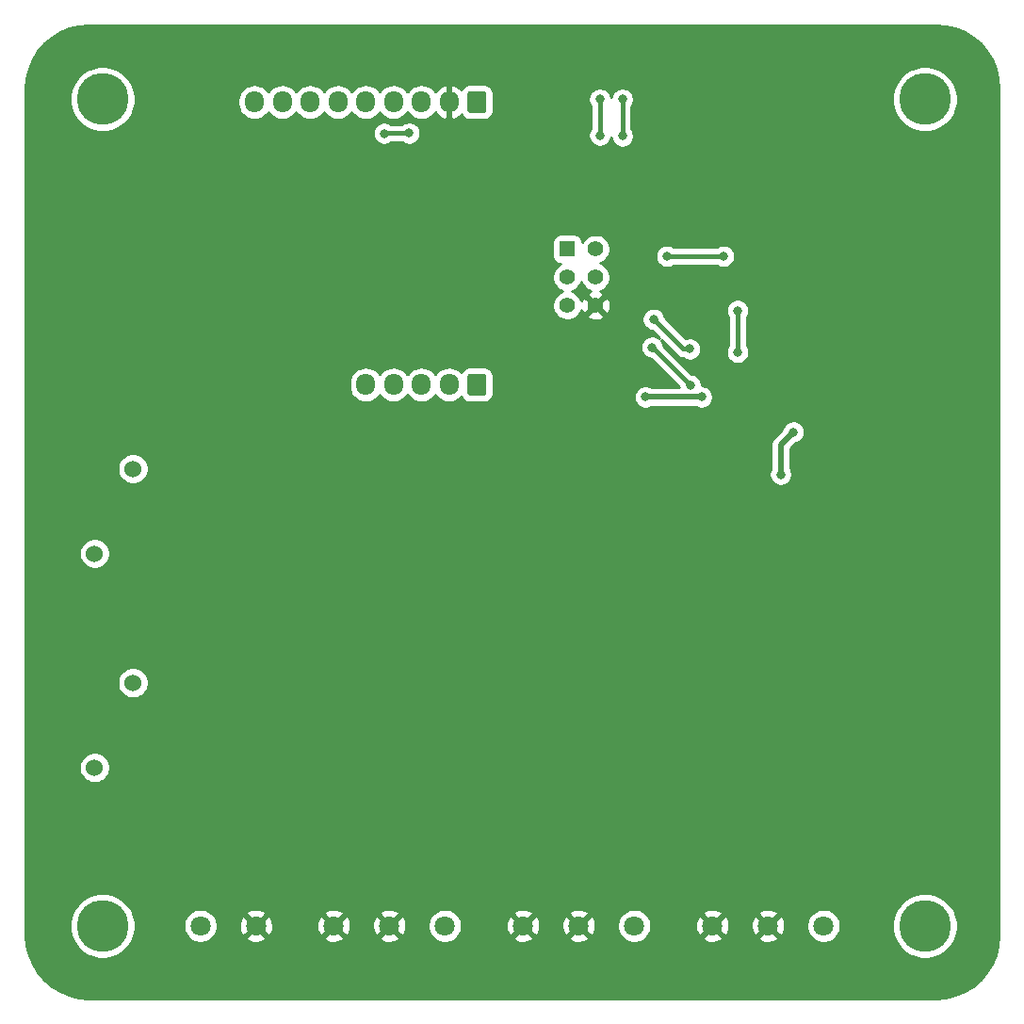
<source format=gbr>
G04 #@! TF.GenerationSoftware,KiCad,Pcbnew,5.1.5-52549c5~84~ubuntu18.04.1*
G04 #@! TF.CreationDate,2020-02-07T16:49:07-05:00*
G04 #@! TF.ProjectId,solenoidTrigger,736f6c65-6e6f-4696-9454-726967676572,rev?*
G04 #@! TF.SameCoordinates,Original*
G04 #@! TF.FileFunction,Copper,L2,Bot*
G04 #@! TF.FilePolarity,Positive*
%FSLAX46Y46*%
G04 Gerber Fmt 4.6, Leading zero omitted, Abs format (unit mm)*
G04 Created by KiCad (PCBNEW 5.1.5-52549c5~84~ubuntu18.04.1) date 2020-02-07 16:49:07*
%MOMM*%
%LPD*%
G04 APERTURE LIST*
%ADD10C,1.800000*%
%ADD11O,1.700000X1.950000*%
%ADD12C,0.020000*%
%ADD13C,4.648200*%
%ADD14C,1.524000*%
%ADD15R,1.400000X1.400000*%
%ADD16C,1.400000*%
%ADD17C,0.800000*%
%ADD18C,0.508000*%
%ADD19C,0.381000*%
%ADD20C,0.254000*%
G04 APERTURE END LIST*
D10*
X175307000Y-131191000D03*
X165307000Y-131191000D03*
X170307000Y-131191000D03*
D11*
X134145000Y-82550000D03*
X136645000Y-82550000D03*
X139145000Y-82550000D03*
X141645000Y-82550000D03*
G04 #@! TA.AperFunction,ComponentPad*
D12*
G36*
X144769504Y-81576204D02*
G01*
X144793773Y-81579804D01*
X144817571Y-81585765D01*
X144840671Y-81594030D01*
X144862849Y-81604520D01*
X144883893Y-81617133D01*
X144903598Y-81631747D01*
X144921777Y-81648223D01*
X144938253Y-81666402D01*
X144952867Y-81686107D01*
X144965480Y-81707151D01*
X144975970Y-81729329D01*
X144984235Y-81752429D01*
X144990196Y-81776227D01*
X144993796Y-81800496D01*
X144995000Y-81825000D01*
X144995000Y-83275000D01*
X144993796Y-83299504D01*
X144990196Y-83323773D01*
X144984235Y-83347571D01*
X144975970Y-83370671D01*
X144965480Y-83392849D01*
X144952867Y-83413893D01*
X144938253Y-83433598D01*
X144921777Y-83451777D01*
X144903598Y-83468253D01*
X144883893Y-83482867D01*
X144862849Y-83495480D01*
X144840671Y-83505970D01*
X144817571Y-83514235D01*
X144793773Y-83520196D01*
X144769504Y-83523796D01*
X144745000Y-83525000D01*
X143545000Y-83525000D01*
X143520496Y-83523796D01*
X143496227Y-83520196D01*
X143472429Y-83514235D01*
X143449329Y-83505970D01*
X143427151Y-83495480D01*
X143406107Y-83482867D01*
X143386402Y-83468253D01*
X143368223Y-83451777D01*
X143351747Y-83433598D01*
X143337133Y-83413893D01*
X143324520Y-83392849D01*
X143314030Y-83370671D01*
X143305765Y-83347571D01*
X143299804Y-83323773D01*
X143296204Y-83299504D01*
X143295000Y-83275000D01*
X143295000Y-81825000D01*
X143296204Y-81800496D01*
X143299804Y-81776227D01*
X143305765Y-81752429D01*
X143314030Y-81729329D01*
X143324520Y-81707151D01*
X143337133Y-81686107D01*
X143351747Y-81666402D01*
X143368223Y-81648223D01*
X143386402Y-81631747D01*
X143406107Y-81617133D01*
X143427151Y-81604520D01*
X143449329Y-81594030D01*
X143472429Y-81585765D01*
X143496227Y-81579804D01*
X143520496Y-81576204D01*
X143545000Y-81575000D01*
X144745000Y-81575000D01*
X144769504Y-81576204D01*
G37*
G04 #@! TD.AperFunction*
D10*
X141271000Y-131191000D03*
X131271000Y-131191000D03*
X136271000Y-131191000D03*
D11*
X124145000Y-57150000D03*
X126645000Y-57150000D03*
X129145000Y-57150000D03*
X131645000Y-57150000D03*
X134145000Y-57150000D03*
X136645000Y-57150000D03*
X139145000Y-57150000D03*
X141645000Y-57150000D03*
G04 #@! TA.AperFunction,ComponentPad*
D12*
G36*
X144769504Y-56176204D02*
G01*
X144793773Y-56179804D01*
X144817571Y-56185765D01*
X144840671Y-56194030D01*
X144862849Y-56204520D01*
X144883893Y-56217133D01*
X144903598Y-56231747D01*
X144921777Y-56248223D01*
X144938253Y-56266402D01*
X144952867Y-56286107D01*
X144965480Y-56307151D01*
X144975970Y-56329329D01*
X144984235Y-56352429D01*
X144990196Y-56376227D01*
X144993796Y-56400496D01*
X144995000Y-56425000D01*
X144995000Y-57875000D01*
X144993796Y-57899504D01*
X144990196Y-57923773D01*
X144984235Y-57947571D01*
X144975970Y-57970671D01*
X144965480Y-57992849D01*
X144952867Y-58013893D01*
X144938253Y-58033598D01*
X144921777Y-58051777D01*
X144903598Y-58068253D01*
X144883893Y-58082867D01*
X144862849Y-58095480D01*
X144840671Y-58105970D01*
X144817571Y-58114235D01*
X144793773Y-58120196D01*
X144769504Y-58123796D01*
X144745000Y-58125000D01*
X143545000Y-58125000D01*
X143520496Y-58123796D01*
X143496227Y-58120196D01*
X143472429Y-58114235D01*
X143449329Y-58105970D01*
X143427151Y-58095480D01*
X143406107Y-58082867D01*
X143386402Y-58068253D01*
X143368223Y-58051777D01*
X143351747Y-58033598D01*
X143337133Y-58013893D01*
X143324520Y-57992849D01*
X143314030Y-57970671D01*
X143305765Y-57947571D01*
X143299804Y-57923773D01*
X143296204Y-57899504D01*
X143295000Y-57875000D01*
X143295000Y-56425000D01*
X143296204Y-56400496D01*
X143299804Y-56376227D01*
X143305765Y-56352429D01*
X143314030Y-56329329D01*
X143324520Y-56307151D01*
X143337133Y-56286107D01*
X143351747Y-56266402D01*
X143368223Y-56248223D01*
X143386402Y-56231747D01*
X143406107Y-56217133D01*
X143427151Y-56204520D01*
X143449329Y-56194030D01*
X143472429Y-56185765D01*
X143496227Y-56179804D01*
X143520496Y-56176204D01*
X143545000Y-56175000D01*
X144745000Y-56175000D01*
X144769504Y-56176204D01*
G37*
G04 #@! TD.AperFunction*
D13*
X184404000Y-131191000D03*
X184404000Y-56896000D03*
X110490000Y-56896000D03*
X110490000Y-131191000D03*
D14*
X113233200Y-109347000D03*
X109778800Y-116967000D03*
X109778800Y-97726500D03*
X113233200Y-90106500D03*
D15*
X152273000Y-70358000D03*
D16*
X154813000Y-70358000D03*
X152273000Y-72898000D03*
X154813000Y-72898000D03*
X152273000Y-75438000D03*
X154813000Y-75438000D03*
D10*
X158289000Y-131191000D03*
X148289000Y-131191000D03*
X153289000Y-131191000D03*
X119293000Y-131191000D03*
X124293000Y-131191000D03*
D17*
X121348500Y-122174000D03*
X160020000Y-82423000D03*
X153073100Y-86144100D03*
X153073100Y-81000600D03*
X172974000Y-78486000D03*
X172186600Y-79400400D03*
X178117500Y-82296000D03*
X177927000Y-84328000D03*
X154051000Y-106934000D03*
X154343100Y-97243900D03*
X151130000Y-101727000D03*
X137668000Y-117030500D03*
X152400000Y-123444000D03*
X152400000Y-114427000D03*
X106807000Y-123952000D03*
X177038000Y-102870000D03*
X182880000Y-102870000D03*
X179959000Y-102870000D03*
X134747000Y-114427000D03*
X134747000Y-123444000D03*
X162648900Y-91694000D03*
X172034200Y-83858100D03*
X172161200Y-81127600D03*
X166497000Y-73279000D03*
X159004000Y-69342000D03*
X160172400Y-72517000D03*
X159131000Y-73660000D03*
X160655000Y-86360000D03*
X170053000Y-90805000D03*
X172593000Y-91567000D03*
X138811000Y-112141000D03*
X156591000Y-112268000D03*
X155511500Y-117030500D03*
X170180000Y-123444000D03*
X170116500Y-114427000D03*
X148986240Y-64622680D03*
X171104560Y-69301360D03*
X161442400Y-55869840D03*
X161686240Y-62006480D03*
X150749000Y-56601360D03*
X161996120Y-117027960D03*
X144272000Y-117068600D03*
X144475200Y-126060200D03*
X161315400Y-125806200D03*
X179070000Y-125984000D03*
X179654200Y-116890800D03*
X159283400Y-83654900D03*
X164338000Y-83654900D03*
X167576500Y-79629000D03*
X167576500Y-75882500D03*
X166306500Y-70993000D03*
X161226500Y-70993000D03*
X172593000Y-86804500D03*
X171450000Y-90614500D03*
X163271200Y-79349600D03*
X160020000Y-76682600D03*
X155194000Y-60134500D03*
X155194000Y-56896000D03*
X159893000Y-79184500D03*
X163322000Y-82613500D03*
X138049000Y-59944000D03*
X135807282Y-59963218D03*
X157226000Y-60198000D03*
X157226000Y-56896000D03*
D18*
X159283400Y-83654900D02*
X163614100Y-83654900D01*
X163614100Y-83654900D02*
X163614100Y-83654900D01*
X163614100Y-83654900D02*
X164338000Y-83654900D01*
D19*
X167576500Y-79629000D02*
X167576500Y-75882500D01*
X167576500Y-75882500D02*
X167576500Y-75882500D01*
X166306500Y-70993000D02*
X161226500Y-70993000D01*
X161226500Y-70993000D02*
X161226500Y-70993000D01*
D18*
X172593000Y-86804500D02*
X171450000Y-87947500D01*
X171450000Y-87947500D02*
X171450000Y-90614500D01*
X171450000Y-90614500D02*
X171450000Y-90614500D01*
D19*
X163271200Y-79349600D02*
X162705515Y-79349600D01*
X162705515Y-79349600D02*
X162687000Y-79349600D01*
X162687000Y-79349600D02*
X160020000Y-76682600D01*
X160020000Y-76682600D02*
X160020000Y-76682600D01*
X155194000Y-60134500D02*
X155194000Y-56896000D01*
X155194000Y-56896000D02*
X155194000Y-56896000D01*
D18*
X159893000Y-79184500D02*
X159911999Y-79165501D01*
D19*
X159893000Y-79184500D02*
X160292999Y-79584499D01*
X160292999Y-79584499D02*
X163322000Y-82613500D01*
X163322000Y-82613500D02*
X163322000Y-82613500D01*
X138049000Y-59944000D02*
X137483315Y-59944000D01*
X137483315Y-59944000D02*
X135826500Y-59944000D01*
X135826500Y-59944000D02*
X135807282Y-59963218D01*
X157226000Y-60198000D02*
X157226000Y-59632315D01*
X157226000Y-59632315D02*
X157226000Y-56896000D01*
X157226000Y-56896000D02*
X157226000Y-56896000D01*
D20*
G36*
X186298023Y-50336374D02*
G01*
X187154432Y-50541980D01*
X187968124Y-50879023D01*
X188719082Y-51339210D01*
X189388802Y-51911206D01*
X189960790Y-52580919D01*
X190420977Y-53331875D01*
X190758022Y-54145571D01*
X190963627Y-55001978D01*
X191035001Y-55908876D01*
X191035000Y-132051137D01*
X190963627Y-132958022D01*
X190758022Y-133814429D01*
X190420977Y-134628125D01*
X189960790Y-135379081D01*
X189388802Y-136048794D01*
X188719082Y-136620790D01*
X187968124Y-137080977D01*
X187154432Y-137418020D01*
X186298023Y-137623626D01*
X185391126Y-137695000D01*
X109248877Y-137695000D01*
X108341979Y-137623626D01*
X107485572Y-137418021D01*
X106671876Y-137080976D01*
X105920920Y-136620789D01*
X105251207Y-136048801D01*
X104679211Y-135379081D01*
X104219024Y-134628123D01*
X103881981Y-133814431D01*
X103676375Y-132958022D01*
X103605001Y-132051125D01*
X103605001Y-130899554D01*
X107530900Y-130899554D01*
X107530900Y-131482446D01*
X107644616Y-132054138D01*
X107867679Y-132592660D01*
X108191517Y-133077316D01*
X108603684Y-133489483D01*
X109088340Y-133813321D01*
X109626862Y-134036384D01*
X110198554Y-134150100D01*
X110781446Y-134150100D01*
X111353138Y-134036384D01*
X111891660Y-133813321D01*
X112376316Y-133489483D01*
X112788483Y-133077316D01*
X113112321Y-132592660D01*
X113335384Y-132054138D01*
X113449100Y-131482446D01*
X113449100Y-131039816D01*
X117758000Y-131039816D01*
X117758000Y-131342184D01*
X117816989Y-131638743D01*
X117932701Y-131918095D01*
X118100688Y-132169505D01*
X118314495Y-132383312D01*
X118565905Y-132551299D01*
X118845257Y-132667011D01*
X119141816Y-132726000D01*
X119444184Y-132726000D01*
X119740743Y-132667011D01*
X120020095Y-132551299D01*
X120271505Y-132383312D01*
X120399737Y-132255080D01*
X123408525Y-132255080D01*
X123492208Y-132509261D01*
X123764775Y-132640158D01*
X124057642Y-132715365D01*
X124359553Y-132731991D01*
X124658907Y-132689397D01*
X124944199Y-132589222D01*
X125093792Y-132509261D01*
X125177475Y-132255080D01*
X130386525Y-132255080D01*
X130470208Y-132509261D01*
X130742775Y-132640158D01*
X131035642Y-132715365D01*
X131337553Y-132731991D01*
X131636907Y-132689397D01*
X131922199Y-132589222D01*
X132071792Y-132509261D01*
X132155475Y-132255080D01*
X135386525Y-132255080D01*
X135470208Y-132509261D01*
X135742775Y-132640158D01*
X136035642Y-132715365D01*
X136337553Y-132731991D01*
X136636907Y-132689397D01*
X136922199Y-132589222D01*
X137071792Y-132509261D01*
X137155475Y-132255080D01*
X136271000Y-131370605D01*
X135386525Y-132255080D01*
X132155475Y-132255080D01*
X131271000Y-131370605D01*
X130386525Y-132255080D01*
X125177475Y-132255080D01*
X124293000Y-131370605D01*
X123408525Y-132255080D01*
X120399737Y-132255080D01*
X120485312Y-132169505D01*
X120653299Y-131918095D01*
X120769011Y-131638743D01*
X120828000Y-131342184D01*
X120828000Y-131257553D01*
X122752009Y-131257553D01*
X122794603Y-131556907D01*
X122894778Y-131842199D01*
X122974739Y-131991792D01*
X123228920Y-132075475D01*
X124113395Y-131191000D01*
X124472605Y-131191000D01*
X125357080Y-132075475D01*
X125611261Y-131991792D01*
X125742158Y-131719225D01*
X125817365Y-131426358D01*
X125826660Y-131257553D01*
X129730009Y-131257553D01*
X129772603Y-131556907D01*
X129872778Y-131842199D01*
X129952739Y-131991792D01*
X130206920Y-132075475D01*
X131091395Y-131191000D01*
X131450605Y-131191000D01*
X132335080Y-132075475D01*
X132589261Y-131991792D01*
X132720158Y-131719225D01*
X132795365Y-131426358D01*
X132804660Y-131257553D01*
X134730009Y-131257553D01*
X134772603Y-131556907D01*
X134872778Y-131842199D01*
X134952739Y-131991792D01*
X135206920Y-132075475D01*
X136091395Y-131191000D01*
X136450605Y-131191000D01*
X137335080Y-132075475D01*
X137589261Y-131991792D01*
X137720158Y-131719225D01*
X137795365Y-131426358D01*
X137811991Y-131124447D01*
X137799950Y-131039816D01*
X139736000Y-131039816D01*
X139736000Y-131342184D01*
X139794989Y-131638743D01*
X139910701Y-131918095D01*
X140078688Y-132169505D01*
X140292495Y-132383312D01*
X140543905Y-132551299D01*
X140823257Y-132667011D01*
X141119816Y-132726000D01*
X141422184Y-132726000D01*
X141718743Y-132667011D01*
X141998095Y-132551299D01*
X142249505Y-132383312D01*
X142377737Y-132255080D01*
X147404525Y-132255080D01*
X147488208Y-132509261D01*
X147760775Y-132640158D01*
X148053642Y-132715365D01*
X148355553Y-132731991D01*
X148654907Y-132689397D01*
X148940199Y-132589222D01*
X149089792Y-132509261D01*
X149173475Y-132255080D01*
X152404525Y-132255080D01*
X152488208Y-132509261D01*
X152760775Y-132640158D01*
X153053642Y-132715365D01*
X153355553Y-132731991D01*
X153654907Y-132689397D01*
X153940199Y-132589222D01*
X154089792Y-132509261D01*
X154173475Y-132255080D01*
X153289000Y-131370605D01*
X152404525Y-132255080D01*
X149173475Y-132255080D01*
X148289000Y-131370605D01*
X147404525Y-132255080D01*
X142377737Y-132255080D01*
X142463312Y-132169505D01*
X142631299Y-131918095D01*
X142747011Y-131638743D01*
X142806000Y-131342184D01*
X142806000Y-131257553D01*
X146748009Y-131257553D01*
X146790603Y-131556907D01*
X146890778Y-131842199D01*
X146970739Y-131991792D01*
X147224920Y-132075475D01*
X148109395Y-131191000D01*
X148468605Y-131191000D01*
X149353080Y-132075475D01*
X149607261Y-131991792D01*
X149738158Y-131719225D01*
X149813365Y-131426358D01*
X149822660Y-131257553D01*
X151748009Y-131257553D01*
X151790603Y-131556907D01*
X151890778Y-131842199D01*
X151970739Y-131991792D01*
X152224920Y-132075475D01*
X153109395Y-131191000D01*
X153468605Y-131191000D01*
X154353080Y-132075475D01*
X154607261Y-131991792D01*
X154738158Y-131719225D01*
X154813365Y-131426358D01*
X154829991Y-131124447D01*
X154817950Y-131039816D01*
X156754000Y-131039816D01*
X156754000Y-131342184D01*
X156812989Y-131638743D01*
X156928701Y-131918095D01*
X157096688Y-132169505D01*
X157310495Y-132383312D01*
X157561905Y-132551299D01*
X157841257Y-132667011D01*
X158137816Y-132726000D01*
X158440184Y-132726000D01*
X158736743Y-132667011D01*
X159016095Y-132551299D01*
X159267505Y-132383312D01*
X159395737Y-132255080D01*
X164422525Y-132255080D01*
X164506208Y-132509261D01*
X164778775Y-132640158D01*
X165071642Y-132715365D01*
X165373553Y-132731991D01*
X165672907Y-132689397D01*
X165958199Y-132589222D01*
X166107792Y-132509261D01*
X166191475Y-132255080D01*
X169422525Y-132255080D01*
X169506208Y-132509261D01*
X169778775Y-132640158D01*
X170071642Y-132715365D01*
X170373553Y-132731991D01*
X170672907Y-132689397D01*
X170958199Y-132589222D01*
X171107792Y-132509261D01*
X171191475Y-132255080D01*
X170307000Y-131370605D01*
X169422525Y-132255080D01*
X166191475Y-132255080D01*
X165307000Y-131370605D01*
X164422525Y-132255080D01*
X159395737Y-132255080D01*
X159481312Y-132169505D01*
X159649299Y-131918095D01*
X159765011Y-131638743D01*
X159824000Y-131342184D01*
X159824000Y-131257553D01*
X163766009Y-131257553D01*
X163808603Y-131556907D01*
X163908778Y-131842199D01*
X163988739Y-131991792D01*
X164242920Y-132075475D01*
X165127395Y-131191000D01*
X165486605Y-131191000D01*
X166371080Y-132075475D01*
X166625261Y-131991792D01*
X166756158Y-131719225D01*
X166831365Y-131426358D01*
X166840660Y-131257553D01*
X168766009Y-131257553D01*
X168808603Y-131556907D01*
X168908778Y-131842199D01*
X168988739Y-131991792D01*
X169242920Y-132075475D01*
X170127395Y-131191000D01*
X170486605Y-131191000D01*
X171371080Y-132075475D01*
X171625261Y-131991792D01*
X171756158Y-131719225D01*
X171831365Y-131426358D01*
X171847991Y-131124447D01*
X171835950Y-131039816D01*
X173772000Y-131039816D01*
X173772000Y-131342184D01*
X173830989Y-131638743D01*
X173946701Y-131918095D01*
X174114688Y-132169505D01*
X174328495Y-132383312D01*
X174579905Y-132551299D01*
X174859257Y-132667011D01*
X175155816Y-132726000D01*
X175458184Y-132726000D01*
X175754743Y-132667011D01*
X176034095Y-132551299D01*
X176285505Y-132383312D01*
X176499312Y-132169505D01*
X176667299Y-131918095D01*
X176783011Y-131638743D01*
X176842000Y-131342184D01*
X176842000Y-131039816D01*
X176814101Y-130899554D01*
X181444900Y-130899554D01*
X181444900Y-131482446D01*
X181558616Y-132054138D01*
X181781679Y-132592660D01*
X182105517Y-133077316D01*
X182517684Y-133489483D01*
X183002340Y-133813321D01*
X183540862Y-134036384D01*
X184112554Y-134150100D01*
X184695446Y-134150100D01*
X185267138Y-134036384D01*
X185805660Y-133813321D01*
X186290316Y-133489483D01*
X186702483Y-133077316D01*
X187026321Y-132592660D01*
X187249384Y-132054138D01*
X187363100Y-131482446D01*
X187363100Y-130899554D01*
X187249384Y-130327862D01*
X187026321Y-129789340D01*
X186702483Y-129304684D01*
X186290316Y-128892517D01*
X185805660Y-128568679D01*
X185267138Y-128345616D01*
X184695446Y-128231900D01*
X184112554Y-128231900D01*
X183540862Y-128345616D01*
X183002340Y-128568679D01*
X182517684Y-128892517D01*
X182105517Y-129304684D01*
X181781679Y-129789340D01*
X181558616Y-130327862D01*
X181444900Y-130899554D01*
X176814101Y-130899554D01*
X176783011Y-130743257D01*
X176667299Y-130463905D01*
X176499312Y-130212495D01*
X176285505Y-129998688D01*
X176034095Y-129830701D01*
X175754743Y-129714989D01*
X175458184Y-129656000D01*
X175155816Y-129656000D01*
X174859257Y-129714989D01*
X174579905Y-129830701D01*
X174328495Y-129998688D01*
X174114688Y-130212495D01*
X173946701Y-130463905D01*
X173830989Y-130743257D01*
X173772000Y-131039816D01*
X171835950Y-131039816D01*
X171805397Y-130825093D01*
X171705222Y-130539801D01*
X171625261Y-130390208D01*
X171371080Y-130306525D01*
X170486605Y-131191000D01*
X170127395Y-131191000D01*
X169242920Y-130306525D01*
X168988739Y-130390208D01*
X168857842Y-130662775D01*
X168782635Y-130955642D01*
X168766009Y-131257553D01*
X166840660Y-131257553D01*
X166847991Y-131124447D01*
X166805397Y-130825093D01*
X166705222Y-130539801D01*
X166625261Y-130390208D01*
X166371080Y-130306525D01*
X165486605Y-131191000D01*
X165127395Y-131191000D01*
X164242920Y-130306525D01*
X163988739Y-130390208D01*
X163857842Y-130662775D01*
X163782635Y-130955642D01*
X163766009Y-131257553D01*
X159824000Y-131257553D01*
X159824000Y-131039816D01*
X159765011Y-130743257D01*
X159649299Y-130463905D01*
X159481312Y-130212495D01*
X159395737Y-130126920D01*
X164422525Y-130126920D01*
X165307000Y-131011395D01*
X166191475Y-130126920D01*
X169422525Y-130126920D01*
X170307000Y-131011395D01*
X171191475Y-130126920D01*
X171107792Y-129872739D01*
X170835225Y-129741842D01*
X170542358Y-129666635D01*
X170240447Y-129650009D01*
X169941093Y-129692603D01*
X169655801Y-129792778D01*
X169506208Y-129872739D01*
X169422525Y-130126920D01*
X166191475Y-130126920D01*
X166107792Y-129872739D01*
X165835225Y-129741842D01*
X165542358Y-129666635D01*
X165240447Y-129650009D01*
X164941093Y-129692603D01*
X164655801Y-129792778D01*
X164506208Y-129872739D01*
X164422525Y-130126920D01*
X159395737Y-130126920D01*
X159267505Y-129998688D01*
X159016095Y-129830701D01*
X158736743Y-129714989D01*
X158440184Y-129656000D01*
X158137816Y-129656000D01*
X157841257Y-129714989D01*
X157561905Y-129830701D01*
X157310495Y-129998688D01*
X157096688Y-130212495D01*
X156928701Y-130463905D01*
X156812989Y-130743257D01*
X156754000Y-131039816D01*
X154817950Y-131039816D01*
X154787397Y-130825093D01*
X154687222Y-130539801D01*
X154607261Y-130390208D01*
X154353080Y-130306525D01*
X153468605Y-131191000D01*
X153109395Y-131191000D01*
X152224920Y-130306525D01*
X151970739Y-130390208D01*
X151839842Y-130662775D01*
X151764635Y-130955642D01*
X151748009Y-131257553D01*
X149822660Y-131257553D01*
X149829991Y-131124447D01*
X149787397Y-130825093D01*
X149687222Y-130539801D01*
X149607261Y-130390208D01*
X149353080Y-130306525D01*
X148468605Y-131191000D01*
X148109395Y-131191000D01*
X147224920Y-130306525D01*
X146970739Y-130390208D01*
X146839842Y-130662775D01*
X146764635Y-130955642D01*
X146748009Y-131257553D01*
X142806000Y-131257553D01*
X142806000Y-131039816D01*
X142747011Y-130743257D01*
X142631299Y-130463905D01*
X142463312Y-130212495D01*
X142377737Y-130126920D01*
X147404525Y-130126920D01*
X148289000Y-131011395D01*
X149173475Y-130126920D01*
X152404525Y-130126920D01*
X153289000Y-131011395D01*
X154173475Y-130126920D01*
X154089792Y-129872739D01*
X153817225Y-129741842D01*
X153524358Y-129666635D01*
X153222447Y-129650009D01*
X152923093Y-129692603D01*
X152637801Y-129792778D01*
X152488208Y-129872739D01*
X152404525Y-130126920D01*
X149173475Y-130126920D01*
X149089792Y-129872739D01*
X148817225Y-129741842D01*
X148524358Y-129666635D01*
X148222447Y-129650009D01*
X147923093Y-129692603D01*
X147637801Y-129792778D01*
X147488208Y-129872739D01*
X147404525Y-130126920D01*
X142377737Y-130126920D01*
X142249505Y-129998688D01*
X141998095Y-129830701D01*
X141718743Y-129714989D01*
X141422184Y-129656000D01*
X141119816Y-129656000D01*
X140823257Y-129714989D01*
X140543905Y-129830701D01*
X140292495Y-129998688D01*
X140078688Y-130212495D01*
X139910701Y-130463905D01*
X139794989Y-130743257D01*
X139736000Y-131039816D01*
X137799950Y-131039816D01*
X137769397Y-130825093D01*
X137669222Y-130539801D01*
X137589261Y-130390208D01*
X137335080Y-130306525D01*
X136450605Y-131191000D01*
X136091395Y-131191000D01*
X135206920Y-130306525D01*
X134952739Y-130390208D01*
X134821842Y-130662775D01*
X134746635Y-130955642D01*
X134730009Y-131257553D01*
X132804660Y-131257553D01*
X132811991Y-131124447D01*
X132769397Y-130825093D01*
X132669222Y-130539801D01*
X132589261Y-130390208D01*
X132335080Y-130306525D01*
X131450605Y-131191000D01*
X131091395Y-131191000D01*
X130206920Y-130306525D01*
X129952739Y-130390208D01*
X129821842Y-130662775D01*
X129746635Y-130955642D01*
X129730009Y-131257553D01*
X125826660Y-131257553D01*
X125833991Y-131124447D01*
X125791397Y-130825093D01*
X125691222Y-130539801D01*
X125611261Y-130390208D01*
X125357080Y-130306525D01*
X124472605Y-131191000D01*
X124113395Y-131191000D01*
X123228920Y-130306525D01*
X122974739Y-130390208D01*
X122843842Y-130662775D01*
X122768635Y-130955642D01*
X122752009Y-131257553D01*
X120828000Y-131257553D01*
X120828000Y-131039816D01*
X120769011Y-130743257D01*
X120653299Y-130463905D01*
X120485312Y-130212495D01*
X120399737Y-130126920D01*
X123408525Y-130126920D01*
X124293000Y-131011395D01*
X125177475Y-130126920D01*
X130386525Y-130126920D01*
X131271000Y-131011395D01*
X132155475Y-130126920D01*
X135386525Y-130126920D01*
X136271000Y-131011395D01*
X137155475Y-130126920D01*
X137071792Y-129872739D01*
X136799225Y-129741842D01*
X136506358Y-129666635D01*
X136204447Y-129650009D01*
X135905093Y-129692603D01*
X135619801Y-129792778D01*
X135470208Y-129872739D01*
X135386525Y-130126920D01*
X132155475Y-130126920D01*
X132071792Y-129872739D01*
X131799225Y-129741842D01*
X131506358Y-129666635D01*
X131204447Y-129650009D01*
X130905093Y-129692603D01*
X130619801Y-129792778D01*
X130470208Y-129872739D01*
X130386525Y-130126920D01*
X125177475Y-130126920D01*
X125093792Y-129872739D01*
X124821225Y-129741842D01*
X124528358Y-129666635D01*
X124226447Y-129650009D01*
X123927093Y-129692603D01*
X123641801Y-129792778D01*
X123492208Y-129872739D01*
X123408525Y-130126920D01*
X120399737Y-130126920D01*
X120271505Y-129998688D01*
X120020095Y-129830701D01*
X119740743Y-129714989D01*
X119444184Y-129656000D01*
X119141816Y-129656000D01*
X118845257Y-129714989D01*
X118565905Y-129830701D01*
X118314495Y-129998688D01*
X118100688Y-130212495D01*
X117932701Y-130463905D01*
X117816989Y-130743257D01*
X117758000Y-131039816D01*
X113449100Y-131039816D01*
X113449100Y-130899554D01*
X113335384Y-130327862D01*
X113112321Y-129789340D01*
X112788483Y-129304684D01*
X112376316Y-128892517D01*
X111891660Y-128568679D01*
X111353138Y-128345616D01*
X110781446Y-128231900D01*
X110198554Y-128231900D01*
X109626862Y-128345616D01*
X109088340Y-128568679D01*
X108603684Y-128892517D01*
X108191517Y-129304684D01*
X107867679Y-129789340D01*
X107644616Y-130327862D01*
X107530900Y-130899554D01*
X103605001Y-130899554D01*
X103605001Y-116829408D01*
X108381800Y-116829408D01*
X108381800Y-117104592D01*
X108435486Y-117374490D01*
X108540795Y-117628727D01*
X108693680Y-117857535D01*
X108888265Y-118052120D01*
X109117073Y-118205005D01*
X109371310Y-118310314D01*
X109641208Y-118364000D01*
X109916392Y-118364000D01*
X110186290Y-118310314D01*
X110440527Y-118205005D01*
X110669335Y-118052120D01*
X110863920Y-117857535D01*
X111016805Y-117628727D01*
X111122114Y-117374490D01*
X111175800Y-117104592D01*
X111175800Y-116829408D01*
X111122114Y-116559510D01*
X111016805Y-116305273D01*
X110863920Y-116076465D01*
X110669335Y-115881880D01*
X110440527Y-115728995D01*
X110186290Y-115623686D01*
X109916392Y-115570000D01*
X109641208Y-115570000D01*
X109371310Y-115623686D01*
X109117073Y-115728995D01*
X108888265Y-115881880D01*
X108693680Y-116076465D01*
X108540795Y-116305273D01*
X108435486Y-116559510D01*
X108381800Y-116829408D01*
X103605001Y-116829408D01*
X103605001Y-109209408D01*
X111836200Y-109209408D01*
X111836200Y-109484592D01*
X111889886Y-109754490D01*
X111995195Y-110008727D01*
X112148080Y-110237535D01*
X112342665Y-110432120D01*
X112571473Y-110585005D01*
X112825710Y-110690314D01*
X113095608Y-110744000D01*
X113370792Y-110744000D01*
X113640690Y-110690314D01*
X113894927Y-110585005D01*
X114123735Y-110432120D01*
X114318320Y-110237535D01*
X114471205Y-110008727D01*
X114576514Y-109754490D01*
X114630200Y-109484592D01*
X114630200Y-109209408D01*
X114576514Y-108939510D01*
X114471205Y-108685273D01*
X114318320Y-108456465D01*
X114123735Y-108261880D01*
X113894927Y-108108995D01*
X113640690Y-108003686D01*
X113370792Y-107950000D01*
X113095608Y-107950000D01*
X112825710Y-108003686D01*
X112571473Y-108108995D01*
X112342665Y-108261880D01*
X112148080Y-108456465D01*
X111995195Y-108685273D01*
X111889886Y-108939510D01*
X111836200Y-109209408D01*
X103605001Y-109209408D01*
X103605001Y-97588908D01*
X108381800Y-97588908D01*
X108381800Y-97864092D01*
X108435486Y-98133990D01*
X108540795Y-98388227D01*
X108693680Y-98617035D01*
X108888265Y-98811620D01*
X109117073Y-98964505D01*
X109371310Y-99069814D01*
X109641208Y-99123500D01*
X109916392Y-99123500D01*
X110186290Y-99069814D01*
X110440527Y-98964505D01*
X110669335Y-98811620D01*
X110863920Y-98617035D01*
X111016805Y-98388227D01*
X111122114Y-98133990D01*
X111175800Y-97864092D01*
X111175800Y-97588908D01*
X111122114Y-97319010D01*
X111016805Y-97064773D01*
X110863920Y-96835965D01*
X110669335Y-96641380D01*
X110440527Y-96488495D01*
X110186290Y-96383186D01*
X109916392Y-96329500D01*
X109641208Y-96329500D01*
X109371310Y-96383186D01*
X109117073Y-96488495D01*
X108888265Y-96641380D01*
X108693680Y-96835965D01*
X108540795Y-97064773D01*
X108435486Y-97319010D01*
X108381800Y-97588908D01*
X103605001Y-97588908D01*
X103605001Y-89968908D01*
X111836200Y-89968908D01*
X111836200Y-90244092D01*
X111889886Y-90513990D01*
X111995195Y-90768227D01*
X112148080Y-90997035D01*
X112342665Y-91191620D01*
X112571473Y-91344505D01*
X112825710Y-91449814D01*
X113095608Y-91503500D01*
X113370792Y-91503500D01*
X113640690Y-91449814D01*
X113894927Y-91344505D01*
X114123735Y-91191620D01*
X114318320Y-90997035D01*
X114471205Y-90768227D01*
X114576514Y-90513990D01*
X114576798Y-90512561D01*
X170415000Y-90512561D01*
X170415000Y-90716439D01*
X170454774Y-90916398D01*
X170532795Y-91104756D01*
X170646063Y-91274274D01*
X170790226Y-91418437D01*
X170959744Y-91531705D01*
X171148102Y-91609726D01*
X171348061Y-91649500D01*
X171551939Y-91649500D01*
X171751898Y-91609726D01*
X171940256Y-91531705D01*
X172109774Y-91418437D01*
X172253937Y-91274274D01*
X172367205Y-91104756D01*
X172445226Y-90916398D01*
X172485000Y-90716439D01*
X172485000Y-90512561D01*
X172445226Y-90312602D01*
X172367205Y-90124244D01*
X172339000Y-90082032D01*
X172339000Y-88315735D01*
X172845105Y-87809630D01*
X172894898Y-87799726D01*
X173083256Y-87721705D01*
X173252774Y-87608437D01*
X173396937Y-87464274D01*
X173510205Y-87294756D01*
X173588226Y-87106398D01*
X173628000Y-86906439D01*
X173628000Y-86702561D01*
X173588226Y-86502602D01*
X173510205Y-86314244D01*
X173396937Y-86144726D01*
X173252774Y-86000563D01*
X173083256Y-85887295D01*
X172894898Y-85809274D01*
X172694939Y-85769500D01*
X172491061Y-85769500D01*
X172291102Y-85809274D01*
X172102744Y-85887295D01*
X171933226Y-86000563D01*
X171789063Y-86144726D01*
X171675795Y-86314244D01*
X171597774Y-86502602D01*
X171587870Y-86552395D01*
X170852264Y-87288001D01*
X170818341Y-87315841D01*
X170707247Y-87451210D01*
X170624697Y-87605650D01*
X170573864Y-87773227D01*
X170561000Y-87903834D01*
X170561000Y-87903840D01*
X170556700Y-87947500D01*
X170561000Y-87991160D01*
X170561001Y-90082031D01*
X170532795Y-90124244D01*
X170454774Y-90312602D01*
X170415000Y-90512561D01*
X114576798Y-90512561D01*
X114630200Y-90244092D01*
X114630200Y-89968908D01*
X114576514Y-89699010D01*
X114471205Y-89444773D01*
X114318320Y-89215965D01*
X114123735Y-89021380D01*
X113894927Y-88868495D01*
X113640690Y-88763186D01*
X113370792Y-88709500D01*
X113095608Y-88709500D01*
X112825710Y-88763186D01*
X112571473Y-88868495D01*
X112342665Y-89021380D01*
X112148080Y-89215965D01*
X111995195Y-89444773D01*
X111889886Y-89699010D01*
X111836200Y-89968908D01*
X103605001Y-89968908D01*
X103605001Y-82352050D01*
X132660000Y-82352050D01*
X132660000Y-82747949D01*
X132681487Y-82966110D01*
X132766401Y-83246033D01*
X132904294Y-83504013D01*
X133089866Y-83730134D01*
X133315986Y-83915706D01*
X133573966Y-84053599D01*
X133853889Y-84138513D01*
X134145000Y-84167185D01*
X134436110Y-84138513D01*
X134716033Y-84053599D01*
X134974013Y-83915706D01*
X135200134Y-83730134D01*
X135385706Y-83504014D01*
X135395000Y-83486626D01*
X135404294Y-83504013D01*
X135589866Y-83730134D01*
X135815986Y-83915706D01*
X136073966Y-84053599D01*
X136353889Y-84138513D01*
X136645000Y-84167185D01*
X136936110Y-84138513D01*
X137216033Y-84053599D01*
X137474013Y-83915706D01*
X137700134Y-83730134D01*
X137885706Y-83504014D01*
X137895000Y-83486626D01*
X137904294Y-83504013D01*
X138089866Y-83730134D01*
X138315986Y-83915706D01*
X138573966Y-84053599D01*
X138853889Y-84138513D01*
X139145000Y-84167185D01*
X139436110Y-84138513D01*
X139716033Y-84053599D01*
X139974013Y-83915706D01*
X140200134Y-83730134D01*
X140385706Y-83504014D01*
X140395000Y-83486626D01*
X140404294Y-83504013D01*
X140589866Y-83730134D01*
X140815986Y-83915706D01*
X141073966Y-84053599D01*
X141353889Y-84138513D01*
X141645000Y-84167185D01*
X141936110Y-84138513D01*
X142216033Y-84053599D01*
X142474013Y-83915706D01*
X142700134Y-83730134D01*
X142752223Y-83666663D01*
X142806595Y-83768386D01*
X142917038Y-83902962D01*
X143051614Y-84013405D01*
X143205150Y-84095472D01*
X143371746Y-84146008D01*
X143545000Y-84163072D01*
X144745000Y-84163072D01*
X144918254Y-84146008D01*
X145084850Y-84095472D01*
X145238386Y-84013405D01*
X145372962Y-83902962D01*
X145483405Y-83768386D01*
X145565472Y-83614850D01*
X145584245Y-83552961D01*
X158248400Y-83552961D01*
X158248400Y-83756839D01*
X158288174Y-83956798D01*
X158366195Y-84145156D01*
X158479463Y-84314674D01*
X158623626Y-84458837D01*
X158793144Y-84572105D01*
X158981502Y-84650126D01*
X159181461Y-84689900D01*
X159385339Y-84689900D01*
X159585298Y-84650126D01*
X159773656Y-84572105D01*
X159815868Y-84543900D01*
X163805532Y-84543900D01*
X163847744Y-84572105D01*
X164036102Y-84650126D01*
X164236061Y-84689900D01*
X164439939Y-84689900D01*
X164639898Y-84650126D01*
X164828256Y-84572105D01*
X164997774Y-84458837D01*
X165141937Y-84314674D01*
X165255205Y-84145156D01*
X165333226Y-83956798D01*
X165373000Y-83756839D01*
X165373000Y-83552961D01*
X165333226Y-83353002D01*
X165255205Y-83164644D01*
X165141937Y-82995126D01*
X164997774Y-82850963D01*
X164828256Y-82737695D01*
X164639898Y-82659674D01*
X164439939Y-82619900D01*
X164357000Y-82619900D01*
X164357000Y-82511561D01*
X164317226Y-82311602D01*
X164239205Y-82123244D01*
X164125937Y-81953726D01*
X163981774Y-81809563D01*
X163812256Y-81696295D01*
X163623898Y-81618274D01*
X163462004Y-81586072D01*
X160920429Y-79044497D01*
X160888226Y-78882602D01*
X160810205Y-78694244D01*
X160701456Y-78531488D01*
X162074611Y-79904645D01*
X162100459Y-79936141D01*
X162131955Y-79961989D01*
X162131958Y-79961992D01*
X162226157Y-80039299D01*
X162320714Y-80089841D01*
X162369566Y-80115953D01*
X162525174Y-80163156D01*
X162643222Y-80174782D01*
X162780944Y-80266805D01*
X162969302Y-80344826D01*
X163169261Y-80384600D01*
X163373139Y-80384600D01*
X163573098Y-80344826D01*
X163761456Y-80266805D01*
X163930974Y-80153537D01*
X164075137Y-80009374D01*
X164188405Y-79839856D01*
X164266426Y-79651498D01*
X164306200Y-79451539D01*
X164306200Y-79247661D01*
X164266426Y-79047702D01*
X164188405Y-78859344D01*
X164075137Y-78689826D01*
X163930974Y-78545663D01*
X163761456Y-78432395D01*
X163573098Y-78354374D01*
X163373139Y-78314600D01*
X163169261Y-78314600D01*
X162969302Y-78354374D01*
X162891454Y-78386620D01*
X161047428Y-76542596D01*
X161015226Y-76380702D01*
X160937205Y-76192344D01*
X160823937Y-76022826D01*
X160679774Y-75878663D01*
X160532954Y-75780561D01*
X166541500Y-75780561D01*
X166541500Y-75984439D01*
X166581274Y-76184398D01*
X166659295Y-76372756D01*
X166751001Y-76510004D01*
X166751000Y-79001497D01*
X166659295Y-79138744D01*
X166581274Y-79327102D01*
X166541500Y-79527061D01*
X166541500Y-79730939D01*
X166581274Y-79930898D01*
X166659295Y-80119256D01*
X166772563Y-80288774D01*
X166916726Y-80432937D01*
X167086244Y-80546205D01*
X167274602Y-80624226D01*
X167474561Y-80664000D01*
X167678439Y-80664000D01*
X167878398Y-80624226D01*
X168066756Y-80546205D01*
X168236274Y-80432937D01*
X168380437Y-80288774D01*
X168493705Y-80119256D01*
X168571726Y-79930898D01*
X168611500Y-79730939D01*
X168611500Y-79527061D01*
X168571726Y-79327102D01*
X168493705Y-79138744D01*
X168402000Y-79001497D01*
X168402000Y-76510003D01*
X168493705Y-76372756D01*
X168571726Y-76184398D01*
X168611500Y-75984439D01*
X168611500Y-75780561D01*
X168571726Y-75580602D01*
X168493705Y-75392244D01*
X168380437Y-75222726D01*
X168236274Y-75078563D01*
X168066756Y-74965295D01*
X167878398Y-74887274D01*
X167678439Y-74847500D01*
X167474561Y-74847500D01*
X167274602Y-74887274D01*
X167086244Y-74965295D01*
X166916726Y-75078563D01*
X166772563Y-75222726D01*
X166659295Y-75392244D01*
X166581274Y-75580602D01*
X166541500Y-75780561D01*
X160532954Y-75780561D01*
X160510256Y-75765395D01*
X160321898Y-75687374D01*
X160121939Y-75647600D01*
X159918061Y-75647600D01*
X159718102Y-75687374D01*
X159529744Y-75765395D01*
X159360226Y-75878663D01*
X159216063Y-76022826D01*
X159102795Y-76192344D01*
X159024774Y-76380702D01*
X158985000Y-76580661D01*
X158985000Y-76784539D01*
X159024774Y-76984498D01*
X159102795Y-77172856D01*
X159216063Y-77342374D01*
X159360226Y-77486537D01*
X159529744Y-77599805D01*
X159718102Y-77677826D01*
X159879996Y-77710028D01*
X160546012Y-78376045D01*
X160383256Y-78267295D01*
X160194898Y-78189274D01*
X159994939Y-78149500D01*
X159791061Y-78149500D01*
X159591102Y-78189274D01*
X159402744Y-78267295D01*
X159233226Y-78380563D01*
X159089063Y-78524726D01*
X158975795Y-78694244D01*
X158897774Y-78882602D01*
X158858000Y-79082561D01*
X158858000Y-79286439D01*
X158897774Y-79486398D01*
X158975795Y-79674756D01*
X159089063Y-79844274D01*
X159233226Y-79988437D01*
X159402744Y-80101705D01*
X159591102Y-80179726D01*
X159752997Y-80211929D01*
X162294572Y-82753504D01*
X162297037Y-82765900D01*
X159815868Y-82765900D01*
X159773656Y-82737695D01*
X159585298Y-82659674D01*
X159385339Y-82619900D01*
X159181461Y-82619900D01*
X158981502Y-82659674D01*
X158793144Y-82737695D01*
X158623626Y-82850963D01*
X158479463Y-82995126D01*
X158366195Y-83164644D01*
X158288174Y-83353002D01*
X158248400Y-83552961D01*
X145584245Y-83552961D01*
X145616008Y-83448254D01*
X145633072Y-83275000D01*
X145633072Y-81825000D01*
X145616008Y-81651746D01*
X145565472Y-81485150D01*
X145483405Y-81331614D01*
X145372962Y-81197038D01*
X145238386Y-81086595D01*
X145084850Y-81004528D01*
X144918254Y-80953992D01*
X144745000Y-80936928D01*
X143545000Y-80936928D01*
X143371746Y-80953992D01*
X143205150Y-81004528D01*
X143051614Y-81086595D01*
X142917038Y-81197038D01*
X142806595Y-81331614D01*
X142752223Y-81433337D01*
X142700134Y-81369866D01*
X142474014Y-81184294D01*
X142216034Y-81046401D01*
X141936111Y-80961487D01*
X141645000Y-80932815D01*
X141353890Y-80961487D01*
X141073967Y-81046401D01*
X140815987Y-81184294D01*
X140589866Y-81369866D01*
X140404294Y-81595986D01*
X140395000Y-81613374D01*
X140385706Y-81595986D01*
X140200134Y-81369866D01*
X139974014Y-81184294D01*
X139716034Y-81046401D01*
X139436111Y-80961487D01*
X139145000Y-80932815D01*
X138853890Y-80961487D01*
X138573967Y-81046401D01*
X138315987Y-81184294D01*
X138089866Y-81369866D01*
X137904294Y-81595986D01*
X137895000Y-81613374D01*
X137885706Y-81595986D01*
X137700134Y-81369866D01*
X137474014Y-81184294D01*
X137216034Y-81046401D01*
X136936111Y-80961487D01*
X136645000Y-80932815D01*
X136353890Y-80961487D01*
X136073967Y-81046401D01*
X135815987Y-81184294D01*
X135589866Y-81369866D01*
X135404294Y-81595986D01*
X135395000Y-81613374D01*
X135385706Y-81595986D01*
X135200134Y-81369866D01*
X134974014Y-81184294D01*
X134716034Y-81046401D01*
X134436111Y-80961487D01*
X134145000Y-80932815D01*
X133853890Y-80961487D01*
X133573967Y-81046401D01*
X133315987Y-81184294D01*
X133089866Y-81369866D01*
X132904294Y-81595986D01*
X132766401Y-81853966D01*
X132681487Y-82133889D01*
X132660000Y-82352050D01*
X103605001Y-82352050D01*
X103605001Y-69658000D01*
X150934928Y-69658000D01*
X150934928Y-71058000D01*
X150947188Y-71182482D01*
X150983498Y-71302180D01*
X151042463Y-71412494D01*
X151121815Y-71509185D01*
X151218506Y-71588537D01*
X151328820Y-71647502D01*
X151448518Y-71683812D01*
X151573000Y-71696072D01*
X151686190Y-71696072D01*
X151640641Y-71714939D01*
X151421987Y-71861038D01*
X151236038Y-72046987D01*
X151089939Y-72265641D01*
X150989304Y-72508595D01*
X150938000Y-72766514D01*
X150938000Y-73029486D01*
X150989304Y-73287405D01*
X151089939Y-73530359D01*
X151236038Y-73749013D01*
X151421987Y-73934962D01*
X151640641Y-74081061D01*
X151850530Y-74168000D01*
X151640641Y-74254939D01*
X151421987Y-74401038D01*
X151236038Y-74586987D01*
X151089939Y-74805641D01*
X150989304Y-75048595D01*
X150938000Y-75306514D01*
X150938000Y-75569486D01*
X150989304Y-75827405D01*
X151089939Y-76070359D01*
X151236038Y-76289013D01*
X151421987Y-76474962D01*
X151640641Y-76621061D01*
X151883595Y-76721696D01*
X152141514Y-76773000D01*
X152404486Y-76773000D01*
X152662405Y-76721696D01*
X152905359Y-76621061D01*
X153124013Y-76474962D01*
X153239706Y-76359269D01*
X154071336Y-76359269D01*
X154130797Y-76593037D01*
X154369242Y-76703934D01*
X154624740Y-76766183D01*
X154887473Y-76777390D01*
X155147344Y-76737125D01*
X155394366Y-76646935D01*
X155495203Y-76593037D01*
X155554664Y-76359269D01*
X154813000Y-75617605D01*
X154071336Y-76359269D01*
X153239706Y-76359269D01*
X153309962Y-76289013D01*
X153456061Y-76070359D01*
X153544621Y-75856556D01*
X153604065Y-76019366D01*
X153657963Y-76120203D01*
X153891731Y-76179664D01*
X154633395Y-75438000D01*
X154992605Y-75438000D01*
X155734269Y-76179664D01*
X155968037Y-76120203D01*
X156078934Y-75881758D01*
X156141183Y-75626260D01*
X156152390Y-75363527D01*
X156112125Y-75103656D01*
X156021935Y-74856634D01*
X155968037Y-74755797D01*
X155734269Y-74696336D01*
X154992605Y-75438000D01*
X154633395Y-75438000D01*
X153891731Y-74696336D01*
X153657963Y-74755797D01*
X153547066Y-74994242D01*
X153542294Y-75013827D01*
X153456061Y-74805641D01*
X153309962Y-74586987D01*
X153124013Y-74401038D01*
X152905359Y-74254939D01*
X152695470Y-74168000D01*
X152905359Y-74081061D01*
X153124013Y-73934962D01*
X153309962Y-73749013D01*
X153456061Y-73530359D01*
X153543000Y-73320470D01*
X153629939Y-73530359D01*
X153776038Y-73749013D01*
X153961987Y-73934962D01*
X154180641Y-74081061D01*
X154394444Y-74169621D01*
X154231634Y-74229065D01*
X154130797Y-74282963D01*
X154071336Y-74516731D01*
X154813000Y-75258395D01*
X155554664Y-74516731D01*
X155495203Y-74282963D01*
X155256758Y-74172066D01*
X155237173Y-74167294D01*
X155445359Y-74081061D01*
X155664013Y-73934962D01*
X155849962Y-73749013D01*
X155996061Y-73530359D01*
X156096696Y-73287405D01*
X156148000Y-73029486D01*
X156148000Y-72766514D01*
X156096696Y-72508595D01*
X155996061Y-72265641D01*
X155849962Y-72046987D01*
X155664013Y-71861038D01*
X155445359Y-71714939D01*
X155235470Y-71628000D01*
X155445359Y-71541061D01*
X155664013Y-71394962D01*
X155849962Y-71209013D01*
X155996061Y-70990359D01*
X156037191Y-70891061D01*
X160191500Y-70891061D01*
X160191500Y-71094939D01*
X160231274Y-71294898D01*
X160309295Y-71483256D01*
X160422563Y-71652774D01*
X160566726Y-71796937D01*
X160736244Y-71910205D01*
X160924602Y-71988226D01*
X161124561Y-72028000D01*
X161328439Y-72028000D01*
X161528398Y-71988226D01*
X161716756Y-71910205D01*
X161854003Y-71818500D01*
X165678997Y-71818500D01*
X165816244Y-71910205D01*
X166004602Y-71988226D01*
X166204561Y-72028000D01*
X166408439Y-72028000D01*
X166608398Y-71988226D01*
X166796756Y-71910205D01*
X166966274Y-71796937D01*
X167110437Y-71652774D01*
X167223705Y-71483256D01*
X167301726Y-71294898D01*
X167341500Y-71094939D01*
X167341500Y-70891061D01*
X167301726Y-70691102D01*
X167223705Y-70502744D01*
X167110437Y-70333226D01*
X166966274Y-70189063D01*
X166796756Y-70075795D01*
X166608398Y-69997774D01*
X166408439Y-69958000D01*
X166204561Y-69958000D01*
X166004602Y-69997774D01*
X165816244Y-70075795D01*
X165678997Y-70167500D01*
X161854003Y-70167500D01*
X161716756Y-70075795D01*
X161528398Y-69997774D01*
X161328439Y-69958000D01*
X161124561Y-69958000D01*
X160924602Y-69997774D01*
X160736244Y-70075795D01*
X160566726Y-70189063D01*
X160422563Y-70333226D01*
X160309295Y-70502744D01*
X160231274Y-70691102D01*
X160191500Y-70891061D01*
X156037191Y-70891061D01*
X156096696Y-70747405D01*
X156148000Y-70489486D01*
X156148000Y-70226514D01*
X156096696Y-69968595D01*
X155996061Y-69725641D01*
X155849962Y-69506987D01*
X155664013Y-69321038D01*
X155445359Y-69174939D01*
X155202405Y-69074304D01*
X154944486Y-69023000D01*
X154681514Y-69023000D01*
X154423595Y-69074304D01*
X154180641Y-69174939D01*
X153961987Y-69321038D01*
X153776038Y-69506987D01*
X153629939Y-69725641D01*
X153611072Y-69771190D01*
X153611072Y-69658000D01*
X153598812Y-69533518D01*
X153562502Y-69413820D01*
X153503537Y-69303506D01*
X153424185Y-69206815D01*
X153327494Y-69127463D01*
X153217180Y-69068498D01*
X153097482Y-69032188D01*
X152973000Y-69019928D01*
X151573000Y-69019928D01*
X151448518Y-69032188D01*
X151328820Y-69068498D01*
X151218506Y-69127463D01*
X151121815Y-69206815D01*
X151042463Y-69303506D01*
X150983498Y-69413820D01*
X150947188Y-69533518D01*
X150934928Y-69658000D01*
X103605001Y-69658000D01*
X103605001Y-59861279D01*
X134772282Y-59861279D01*
X134772282Y-60065157D01*
X134812056Y-60265116D01*
X134890077Y-60453474D01*
X135003345Y-60622992D01*
X135147508Y-60767155D01*
X135317026Y-60880423D01*
X135505384Y-60958444D01*
X135705343Y-60998218D01*
X135909221Y-60998218D01*
X136109180Y-60958444D01*
X136297538Y-60880423D01*
X136463546Y-60769500D01*
X137421497Y-60769500D01*
X137558744Y-60861205D01*
X137747102Y-60939226D01*
X137947061Y-60979000D01*
X138150939Y-60979000D01*
X138350898Y-60939226D01*
X138539256Y-60861205D01*
X138708774Y-60747937D01*
X138852937Y-60603774D01*
X138966205Y-60434256D01*
X139044226Y-60245898D01*
X139084000Y-60045939D01*
X139084000Y-59842061D01*
X139044226Y-59642102D01*
X138966205Y-59453744D01*
X138852937Y-59284226D01*
X138708774Y-59140063D01*
X138539256Y-59026795D01*
X138350898Y-58948774D01*
X138150939Y-58909000D01*
X137947061Y-58909000D01*
X137747102Y-58948774D01*
X137558744Y-59026795D01*
X137421497Y-59118500D01*
X136406023Y-59118500D01*
X136297538Y-59046013D01*
X136109180Y-58967992D01*
X135909221Y-58928218D01*
X135705343Y-58928218D01*
X135505384Y-58967992D01*
X135317026Y-59046013D01*
X135147508Y-59159281D01*
X135003345Y-59303444D01*
X134890077Y-59472962D01*
X134812056Y-59661320D01*
X134772282Y-59861279D01*
X103605001Y-59861279D01*
X103605001Y-56604554D01*
X107530900Y-56604554D01*
X107530900Y-57187446D01*
X107644616Y-57759138D01*
X107867679Y-58297660D01*
X108191517Y-58782316D01*
X108603684Y-59194483D01*
X109088340Y-59518321D01*
X109626862Y-59741384D01*
X110198554Y-59855100D01*
X110781446Y-59855100D01*
X111353138Y-59741384D01*
X111891660Y-59518321D01*
X112376316Y-59194483D01*
X112788483Y-58782316D01*
X113112321Y-58297660D01*
X113335384Y-57759138D01*
X113449100Y-57187446D01*
X113449100Y-56952050D01*
X122660000Y-56952050D01*
X122660000Y-57347949D01*
X122681487Y-57566110D01*
X122766401Y-57846033D01*
X122904294Y-58104013D01*
X123089866Y-58330134D01*
X123315986Y-58515706D01*
X123573966Y-58653599D01*
X123853889Y-58738513D01*
X124145000Y-58767185D01*
X124436110Y-58738513D01*
X124716033Y-58653599D01*
X124974013Y-58515706D01*
X125200134Y-58330134D01*
X125385706Y-58104014D01*
X125395000Y-58086626D01*
X125404294Y-58104013D01*
X125589866Y-58330134D01*
X125815986Y-58515706D01*
X126073966Y-58653599D01*
X126353889Y-58738513D01*
X126645000Y-58767185D01*
X126936110Y-58738513D01*
X127216033Y-58653599D01*
X127474013Y-58515706D01*
X127700134Y-58330134D01*
X127885706Y-58104014D01*
X127895000Y-58086626D01*
X127904294Y-58104013D01*
X128089866Y-58330134D01*
X128315986Y-58515706D01*
X128573966Y-58653599D01*
X128853889Y-58738513D01*
X129145000Y-58767185D01*
X129436110Y-58738513D01*
X129716033Y-58653599D01*
X129974013Y-58515706D01*
X130200134Y-58330134D01*
X130385706Y-58104014D01*
X130395000Y-58086626D01*
X130404294Y-58104013D01*
X130589866Y-58330134D01*
X130815986Y-58515706D01*
X131073966Y-58653599D01*
X131353889Y-58738513D01*
X131645000Y-58767185D01*
X131936110Y-58738513D01*
X132216033Y-58653599D01*
X132474013Y-58515706D01*
X132700134Y-58330134D01*
X132885706Y-58104014D01*
X132895000Y-58086626D01*
X132904294Y-58104013D01*
X133089866Y-58330134D01*
X133315986Y-58515706D01*
X133573966Y-58653599D01*
X133853889Y-58738513D01*
X134145000Y-58767185D01*
X134436110Y-58738513D01*
X134716033Y-58653599D01*
X134974013Y-58515706D01*
X135200134Y-58330134D01*
X135385706Y-58104014D01*
X135395000Y-58086626D01*
X135404294Y-58104013D01*
X135589866Y-58330134D01*
X135815986Y-58515706D01*
X136073966Y-58653599D01*
X136353889Y-58738513D01*
X136645000Y-58767185D01*
X136936110Y-58738513D01*
X137216033Y-58653599D01*
X137474013Y-58515706D01*
X137700134Y-58330134D01*
X137885706Y-58104014D01*
X137895000Y-58086626D01*
X137904294Y-58104013D01*
X138089866Y-58330134D01*
X138315986Y-58515706D01*
X138573966Y-58653599D01*
X138853889Y-58738513D01*
X139145000Y-58767185D01*
X139436110Y-58738513D01*
X139716033Y-58653599D01*
X139974013Y-58515706D01*
X140200134Y-58330134D01*
X140385706Y-58104014D01*
X140399462Y-58078278D01*
X140555951Y-58284429D01*
X140773807Y-58477496D01*
X141025142Y-58624352D01*
X141288110Y-58716476D01*
X141518000Y-58595155D01*
X141518000Y-57277000D01*
X141498000Y-57277000D01*
X141498000Y-57023000D01*
X141518000Y-57023000D01*
X141518000Y-55704845D01*
X141772000Y-55704845D01*
X141772000Y-57023000D01*
X141792000Y-57023000D01*
X141792000Y-57277000D01*
X141772000Y-57277000D01*
X141772000Y-58595155D01*
X142001890Y-58716476D01*
X142264858Y-58624352D01*
X142516193Y-58477496D01*
X142734049Y-58284429D01*
X142750286Y-58263039D01*
X142806595Y-58368386D01*
X142917038Y-58502962D01*
X143051614Y-58613405D01*
X143205150Y-58695472D01*
X143371746Y-58746008D01*
X143545000Y-58763072D01*
X144745000Y-58763072D01*
X144918254Y-58746008D01*
X145084850Y-58695472D01*
X145238386Y-58613405D01*
X145372962Y-58502962D01*
X145483405Y-58368386D01*
X145565472Y-58214850D01*
X145616008Y-58048254D01*
X145633072Y-57875000D01*
X145633072Y-56794061D01*
X154159000Y-56794061D01*
X154159000Y-56997939D01*
X154198774Y-57197898D01*
X154276795Y-57386256D01*
X154368501Y-57523504D01*
X154368500Y-59506997D01*
X154276795Y-59644244D01*
X154198774Y-59832602D01*
X154159000Y-60032561D01*
X154159000Y-60236439D01*
X154198774Y-60436398D01*
X154276795Y-60624756D01*
X154390063Y-60794274D01*
X154534226Y-60938437D01*
X154703744Y-61051705D01*
X154892102Y-61129726D01*
X155092061Y-61169500D01*
X155295939Y-61169500D01*
X155495898Y-61129726D01*
X155684256Y-61051705D01*
X155853774Y-60938437D01*
X155997937Y-60794274D01*
X156111205Y-60624756D01*
X156189226Y-60436398D01*
X156203685Y-60363709D01*
X156230774Y-60499898D01*
X156308795Y-60688256D01*
X156422063Y-60857774D01*
X156566226Y-61001937D01*
X156735744Y-61115205D01*
X156924102Y-61193226D01*
X157124061Y-61233000D01*
X157327939Y-61233000D01*
X157527898Y-61193226D01*
X157716256Y-61115205D01*
X157885774Y-61001937D01*
X158029937Y-60857774D01*
X158143205Y-60688256D01*
X158221226Y-60499898D01*
X158261000Y-60299939D01*
X158261000Y-60096061D01*
X158221226Y-59896102D01*
X158143205Y-59707744D01*
X158051500Y-59570497D01*
X158051500Y-57523503D01*
X158143205Y-57386256D01*
X158221226Y-57197898D01*
X158261000Y-56997939D01*
X158261000Y-56794061D01*
X158223306Y-56604554D01*
X181444900Y-56604554D01*
X181444900Y-57187446D01*
X181558616Y-57759138D01*
X181781679Y-58297660D01*
X182105517Y-58782316D01*
X182517684Y-59194483D01*
X183002340Y-59518321D01*
X183540862Y-59741384D01*
X184112554Y-59855100D01*
X184695446Y-59855100D01*
X185267138Y-59741384D01*
X185805660Y-59518321D01*
X186290316Y-59194483D01*
X186702483Y-58782316D01*
X187026321Y-58297660D01*
X187249384Y-57759138D01*
X187363100Y-57187446D01*
X187363100Y-56604554D01*
X187249384Y-56032862D01*
X187026321Y-55494340D01*
X186702483Y-55009684D01*
X186290316Y-54597517D01*
X185805660Y-54273679D01*
X185267138Y-54050616D01*
X184695446Y-53936900D01*
X184112554Y-53936900D01*
X183540862Y-54050616D01*
X183002340Y-54273679D01*
X182517684Y-54597517D01*
X182105517Y-55009684D01*
X181781679Y-55494340D01*
X181558616Y-56032862D01*
X181444900Y-56604554D01*
X158223306Y-56604554D01*
X158221226Y-56594102D01*
X158143205Y-56405744D01*
X158029937Y-56236226D01*
X157885774Y-56092063D01*
X157716256Y-55978795D01*
X157527898Y-55900774D01*
X157327939Y-55861000D01*
X157124061Y-55861000D01*
X156924102Y-55900774D01*
X156735744Y-55978795D01*
X156566226Y-56092063D01*
X156422063Y-56236226D01*
X156308795Y-56405744D01*
X156230774Y-56594102D01*
X156210000Y-56698541D01*
X156189226Y-56594102D01*
X156111205Y-56405744D01*
X155997937Y-56236226D01*
X155853774Y-56092063D01*
X155684256Y-55978795D01*
X155495898Y-55900774D01*
X155295939Y-55861000D01*
X155092061Y-55861000D01*
X154892102Y-55900774D01*
X154703744Y-55978795D01*
X154534226Y-56092063D01*
X154390063Y-56236226D01*
X154276795Y-56405744D01*
X154198774Y-56594102D01*
X154159000Y-56794061D01*
X145633072Y-56794061D01*
X145633072Y-56425000D01*
X145616008Y-56251746D01*
X145565472Y-56085150D01*
X145483405Y-55931614D01*
X145372962Y-55797038D01*
X145238386Y-55686595D01*
X145084850Y-55604528D01*
X144918254Y-55553992D01*
X144745000Y-55536928D01*
X143545000Y-55536928D01*
X143371746Y-55553992D01*
X143205150Y-55604528D01*
X143051614Y-55686595D01*
X142917038Y-55797038D01*
X142806595Y-55931614D01*
X142750286Y-56036961D01*
X142734049Y-56015571D01*
X142516193Y-55822504D01*
X142264858Y-55675648D01*
X142001890Y-55583524D01*
X141772000Y-55704845D01*
X141518000Y-55704845D01*
X141288110Y-55583524D01*
X141025142Y-55675648D01*
X140773807Y-55822504D01*
X140555951Y-56015571D01*
X140399462Y-56221722D01*
X140385706Y-56195986D01*
X140200134Y-55969866D01*
X139974014Y-55784294D01*
X139716034Y-55646401D01*
X139436111Y-55561487D01*
X139145000Y-55532815D01*
X138853890Y-55561487D01*
X138573967Y-55646401D01*
X138315987Y-55784294D01*
X138089866Y-55969866D01*
X137904294Y-56195986D01*
X137895000Y-56213374D01*
X137885706Y-56195986D01*
X137700134Y-55969866D01*
X137474014Y-55784294D01*
X137216034Y-55646401D01*
X136936111Y-55561487D01*
X136645000Y-55532815D01*
X136353890Y-55561487D01*
X136073967Y-55646401D01*
X135815987Y-55784294D01*
X135589866Y-55969866D01*
X135404294Y-56195986D01*
X135395000Y-56213374D01*
X135385706Y-56195986D01*
X135200134Y-55969866D01*
X134974014Y-55784294D01*
X134716034Y-55646401D01*
X134436111Y-55561487D01*
X134145000Y-55532815D01*
X133853890Y-55561487D01*
X133573967Y-55646401D01*
X133315987Y-55784294D01*
X133089866Y-55969866D01*
X132904294Y-56195986D01*
X132895000Y-56213374D01*
X132885706Y-56195986D01*
X132700134Y-55969866D01*
X132474014Y-55784294D01*
X132216034Y-55646401D01*
X131936111Y-55561487D01*
X131645000Y-55532815D01*
X131353890Y-55561487D01*
X131073967Y-55646401D01*
X130815987Y-55784294D01*
X130589866Y-55969866D01*
X130404294Y-56195986D01*
X130395000Y-56213374D01*
X130385706Y-56195986D01*
X130200134Y-55969866D01*
X129974014Y-55784294D01*
X129716034Y-55646401D01*
X129436111Y-55561487D01*
X129145000Y-55532815D01*
X128853890Y-55561487D01*
X128573967Y-55646401D01*
X128315987Y-55784294D01*
X128089866Y-55969866D01*
X127904294Y-56195986D01*
X127895000Y-56213374D01*
X127885706Y-56195986D01*
X127700134Y-55969866D01*
X127474014Y-55784294D01*
X127216034Y-55646401D01*
X126936111Y-55561487D01*
X126645000Y-55532815D01*
X126353890Y-55561487D01*
X126073967Y-55646401D01*
X125815987Y-55784294D01*
X125589866Y-55969866D01*
X125404294Y-56195986D01*
X125395000Y-56213374D01*
X125385706Y-56195986D01*
X125200134Y-55969866D01*
X124974014Y-55784294D01*
X124716034Y-55646401D01*
X124436111Y-55561487D01*
X124145000Y-55532815D01*
X123853890Y-55561487D01*
X123573967Y-55646401D01*
X123315987Y-55784294D01*
X123089866Y-55969866D01*
X122904294Y-56195986D01*
X122766401Y-56453966D01*
X122681487Y-56733889D01*
X122660000Y-56952050D01*
X113449100Y-56952050D01*
X113449100Y-56604554D01*
X113335384Y-56032862D01*
X113112321Y-55494340D01*
X112788483Y-55009684D01*
X112376316Y-54597517D01*
X111891660Y-54273679D01*
X111353138Y-54050616D01*
X110781446Y-53936900D01*
X110198554Y-53936900D01*
X109626862Y-54050616D01*
X109088340Y-54273679D01*
X108603684Y-54597517D01*
X108191517Y-55009684D01*
X107867679Y-55494340D01*
X107644616Y-56032862D01*
X107530900Y-56604554D01*
X103605001Y-56604554D01*
X103605001Y-55908887D01*
X103676376Y-55001978D01*
X103881982Y-54145567D01*
X104219026Y-53331873D01*
X104679209Y-52580924D01*
X105251205Y-51911204D01*
X105920925Y-51339208D01*
X106671879Y-50879022D01*
X107485571Y-50541980D01*
X108341979Y-50336375D01*
X109248877Y-50265001D01*
X185391139Y-50265001D01*
X186298023Y-50336374D01*
G37*
X186298023Y-50336374D02*
X187154432Y-50541980D01*
X187968124Y-50879023D01*
X188719082Y-51339210D01*
X189388802Y-51911206D01*
X189960790Y-52580919D01*
X190420977Y-53331875D01*
X190758022Y-54145571D01*
X190963627Y-55001978D01*
X191035001Y-55908876D01*
X191035000Y-132051137D01*
X190963627Y-132958022D01*
X190758022Y-133814429D01*
X190420977Y-134628125D01*
X189960790Y-135379081D01*
X189388802Y-136048794D01*
X188719082Y-136620790D01*
X187968124Y-137080977D01*
X187154432Y-137418020D01*
X186298023Y-137623626D01*
X185391126Y-137695000D01*
X109248877Y-137695000D01*
X108341979Y-137623626D01*
X107485572Y-137418021D01*
X106671876Y-137080976D01*
X105920920Y-136620789D01*
X105251207Y-136048801D01*
X104679211Y-135379081D01*
X104219024Y-134628123D01*
X103881981Y-133814431D01*
X103676375Y-132958022D01*
X103605001Y-132051125D01*
X103605001Y-130899554D01*
X107530900Y-130899554D01*
X107530900Y-131482446D01*
X107644616Y-132054138D01*
X107867679Y-132592660D01*
X108191517Y-133077316D01*
X108603684Y-133489483D01*
X109088340Y-133813321D01*
X109626862Y-134036384D01*
X110198554Y-134150100D01*
X110781446Y-134150100D01*
X111353138Y-134036384D01*
X111891660Y-133813321D01*
X112376316Y-133489483D01*
X112788483Y-133077316D01*
X113112321Y-132592660D01*
X113335384Y-132054138D01*
X113449100Y-131482446D01*
X113449100Y-131039816D01*
X117758000Y-131039816D01*
X117758000Y-131342184D01*
X117816989Y-131638743D01*
X117932701Y-131918095D01*
X118100688Y-132169505D01*
X118314495Y-132383312D01*
X118565905Y-132551299D01*
X118845257Y-132667011D01*
X119141816Y-132726000D01*
X119444184Y-132726000D01*
X119740743Y-132667011D01*
X120020095Y-132551299D01*
X120271505Y-132383312D01*
X120399737Y-132255080D01*
X123408525Y-132255080D01*
X123492208Y-132509261D01*
X123764775Y-132640158D01*
X124057642Y-132715365D01*
X124359553Y-132731991D01*
X124658907Y-132689397D01*
X124944199Y-132589222D01*
X125093792Y-132509261D01*
X125177475Y-132255080D01*
X130386525Y-132255080D01*
X130470208Y-132509261D01*
X130742775Y-132640158D01*
X131035642Y-132715365D01*
X131337553Y-132731991D01*
X131636907Y-132689397D01*
X131922199Y-132589222D01*
X132071792Y-132509261D01*
X132155475Y-132255080D01*
X135386525Y-132255080D01*
X135470208Y-132509261D01*
X135742775Y-132640158D01*
X136035642Y-132715365D01*
X136337553Y-132731991D01*
X136636907Y-132689397D01*
X136922199Y-132589222D01*
X137071792Y-132509261D01*
X137155475Y-132255080D01*
X136271000Y-131370605D01*
X135386525Y-132255080D01*
X132155475Y-132255080D01*
X131271000Y-131370605D01*
X130386525Y-132255080D01*
X125177475Y-132255080D01*
X124293000Y-131370605D01*
X123408525Y-132255080D01*
X120399737Y-132255080D01*
X120485312Y-132169505D01*
X120653299Y-131918095D01*
X120769011Y-131638743D01*
X120828000Y-131342184D01*
X120828000Y-131257553D01*
X122752009Y-131257553D01*
X122794603Y-131556907D01*
X122894778Y-131842199D01*
X122974739Y-131991792D01*
X123228920Y-132075475D01*
X124113395Y-131191000D01*
X124472605Y-131191000D01*
X125357080Y-132075475D01*
X125611261Y-131991792D01*
X125742158Y-131719225D01*
X125817365Y-131426358D01*
X125826660Y-131257553D01*
X129730009Y-131257553D01*
X129772603Y-131556907D01*
X129872778Y-131842199D01*
X129952739Y-131991792D01*
X130206920Y-132075475D01*
X131091395Y-131191000D01*
X131450605Y-131191000D01*
X132335080Y-132075475D01*
X132589261Y-131991792D01*
X132720158Y-131719225D01*
X132795365Y-131426358D01*
X132804660Y-131257553D01*
X134730009Y-131257553D01*
X134772603Y-131556907D01*
X134872778Y-131842199D01*
X134952739Y-131991792D01*
X135206920Y-132075475D01*
X136091395Y-131191000D01*
X136450605Y-131191000D01*
X137335080Y-132075475D01*
X137589261Y-131991792D01*
X137720158Y-131719225D01*
X137795365Y-131426358D01*
X137811991Y-131124447D01*
X137799950Y-131039816D01*
X139736000Y-131039816D01*
X139736000Y-131342184D01*
X139794989Y-131638743D01*
X139910701Y-131918095D01*
X140078688Y-132169505D01*
X140292495Y-132383312D01*
X140543905Y-132551299D01*
X140823257Y-132667011D01*
X141119816Y-132726000D01*
X141422184Y-132726000D01*
X141718743Y-132667011D01*
X141998095Y-132551299D01*
X142249505Y-132383312D01*
X142377737Y-132255080D01*
X147404525Y-132255080D01*
X147488208Y-132509261D01*
X147760775Y-132640158D01*
X148053642Y-132715365D01*
X148355553Y-132731991D01*
X148654907Y-132689397D01*
X148940199Y-132589222D01*
X149089792Y-132509261D01*
X149173475Y-132255080D01*
X152404525Y-132255080D01*
X152488208Y-132509261D01*
X152760775Y-132640158D01*
X153053642Y-132715365D01*
X153355553Y-132731991D01*
X153654907Y-132689397D01*
X153940199Y-132589222D01*
X154089792Y-132509261D01*
X154173475Y-132255080D01*
X153289000Y-131370605D01*
X152404525Y-132255080D01*
X149173475Y-132255080D01*
X148289000Y-131370605D01*
X147404525Y-132255080D01*
X142377737Y-132255080D01*
X142463312Y-132169505D01*
X142631299Y-131918095D01*
X142747011Y-131638743D01*
X142806000Y-131342184D01*
X142806000Y-131257553D01*
X146748009Y-131257553D01*
X146790603Y-131556907D01*
X146890778Y-131842199D01*
X146970739Y-131991792D01*
X147224920Y-132075475D01*
X148109395Y-131191000D01*
X148468605Y-131191000D01*
X149353080Y-132075475D01*
X149607261Y-131991792D01*
X149738158Y-131719225D01*
X149813365Y-131426358D01*
X149822660Y-131257553D01*
X151748009Y-131257553D01*
X151790603Y-131556907D01*
X151890778Y-131842199D01*
X151970739Y-131991792D01*
X152224920Y-132075475D01*
X153109395Y-131191000D01*
X153468605Y-131191000D01*
X154353080Y-132075475D01*
X154607261Y-131991792D01*
X154738158Y-131719225D01*
X154813365Y-131426358D01*
X154829991Y-131124447D01*
X154817950Y-131039816D01*
X156754000Y-131039816D01*
X156754000Y-131342184D01*
X156812989Y-131638743D01*
X156928701Y-131918095D01*
X157096688Y-132169505D01*
X157310495Y-132383312D01*
X157561905Y-132551299D01*
X157841257Y-132667011D01*
X158137816Y-132726000D01*
X158440184Y-132726000D01*
X158736743Y-132667011D01*
X159016095Y-132551299D01*
X159267505Y-132383312D01*
X159395737Y-132255080D01*
X164422525Y-132255080D01*
X164506208Y-132509261D01*
X164778775Y-132640158D01*
X165071642Y-132715365D01*
X165373553Y-132731991D01*
X165672907Y-132689397D01*
X165958199Y-132589222D01*
X166107792Y-132509261D01*
X166191475Y-132255080D01*
X169422525Y-132255080D01*
X169506208Y-132509261D01*
X169778775Y-132640158D01*
X170071642Y-132715365D01*
X170373553Y-132731991D01*
X170672907Y-132689397D01*
X170958199Y-132589222D01*
X171107792Y-132509261D01*
X171191475Y-132255080D01*
X170307000Y-131370605D01*
X169422525Y-132255080D01*
X166191475Y-132255080D01*
X165307000Y-131370605D01*
X164422525Y-132255080D01*
X159395737Y-132255080D01*
X159481312Y-132169505D01*
X159649299Y-131918095D01*
X159765011Y-131638743D01*
X159824000Y-131342184D01*
X159824000Y-131257553D01*
X163766009Y-131257553D01*
X163808603Y-131556907D01*
X163908778Y-131842199D01*
X163988739Y-131991792D01*
X164242920Y-132075475D01*
X165127395Y-131191000D01*
X165486605Y-131191000D01*
X166371080Y-132075475D01*
X166625261Y-131991792D01*
X166756158Y-131719225D01*
X166831365Y-131426358D01*
X166840660Y-131257553D01*
X168766009Y-131257553D01*
X168808603Y-131556907D01*
X168908778Y-131842199D01*
X168988739Y-131991792D01*
X169242920Y-132075475D01*
X170127395Y-131191000D01*
X170486605Y-131191000D01*
X171371080Y-132075475D01*
X171625261Y-131991792D01*
X171756158Y-131719225D01*
X171831365Y-131426358D01*
X171847991Y-131124447D01*
X171835950Y-131039816D01*
X173772000Y-131039816D01*
X173772000Y-131342184D01*
X173830989Y-131638743D01*
X173946701Y-131918095D01*
X174114688Y-132169505D01*
X174328495Y-132383312D01*
X174579905Y-132551299D01*
X174859257Y-132667011D01*
X175155816Y-132726000D01*
X175458184Y-132726000D01*
X175754743Y-132667011D01*
X176034095Y-132551299D01*
X176285505Y-132383312D01*
X176499312Y-132169505D01*
X176667299Y-131918095D01*
X176783011Y-131638743D01*
X176842000Y-131342184D01*
X176842000Y-131039816D01*
X176814101Y-130899554D01*
X181444900Y-130899554D01*
X181444900Y-131482446D01*
X181558616Y-132054138D01*
X181781679Y-132592660D01*
X182105517Y-133077316D01*
X182517684Y-133489483D01*
X183002340Y-133813321D01*
X183540862Y-134036384D01*
X184112554Y-134150100D01*
X184695446Y-134150100D01*
X185267138Y-134036384D01*
X185805660Y-133813321D01*
X186290316Y-133489483D01*
X186702483Y-133077316D01*
X187026321Y-132592660D01*
X187249384Y-132054138D01*
X187363100Y-131482446D01*
X187363100Y-130899554D01*
X187249384Y-130327862D01*
X187026321Y-129789340D01*
X186702483Y-129304684D01*
X186290316Y-128892517D01*
X185805660Y-128568679D01*
X185267138Y-128345616D01*
X184695446Y-128231900D01*
X184112554Y-128231900D01*
X183540862Y-128345616D01*
X183002340Y-128568679D01*
X182517684Y-128892517D01*
X182105517Y-129304684D01*
X181781679Y-129789340D01*
X181558616Y-130327862D01*
X181444900Y-130899554D01*
X176814101Y-130899554D01*
X176783011Y-130743257D01*
X176667299Y-130463905D01*
X176499312Y-130212495D01*
X176285505Y-129998688D01*
X176034095Y-129830701D01*
X175754743Y-129714989D01*
X175458184Y-129656000D01*
X175155816Y-129656000D01*
X174859257Y-129714989D01*
X174579905Y-129830701D01*
X174328495Y-129998688D01*
X174114688Y-130212495D01*
X173946701Y-130463905D01*
X173830989Y-130743257D01*
X173772000Y-131039816D01*
X171835950Y-131039816D01*
X171805397Y-130825093D01*
X171705222Y-130539801D01*
X171625261Y-130390208D01*
X171371080Y-130306525D01*
X170486605Y-131191000D01*
X170127395Y-131191000D01*
X169242920Y-130306525D01*
X168988739Y-130390208D01*
X168857842Y-130662775D01*
X168782635Y-130955642D01*
X168766009Y-131257553D01*
X166840660Y-131257553D01*
X166847991Y-131124447D01*
X166805397Y-130825093D01*
X166705222Y-130539801D01*
X166625261Y-130390208D01*
X166371080Y-130306525D01*
X165486605Y-131191000D01*
X165127395Y-131191000D01*
X164242920Y-130306525D01*
X163988739Y-130390208D01*
X163857842Y-130662775D01*
X163782635Y-130955642D01*
X163766009Y-131257553D01*
X159824000Y-131257553D01*
X159824000Y-131039816D01*
X159765011Y-130743257D01*
X159649299Y-130463905D01*
X159481312Y-130212495D01*
X159395737Y-130126920D01*
X164422525Y-130126920D01*
X165307000Y-131011395D01*
X166191475Y-130126920D01*
X169422525Y-130126920D01*
X170307000Y-131011395D01*
X171191475Y-130126920D01*
X171107792Y-129872739D01*
X170835225Y-129741842D01*
X170542358Y-129666635D01*
X170240447Y-129650009D01*
X169941093Y-129692603D01*
X169655801Y-129792778D01*
X169506208Y-129872739D01*
X169422525Y-130126920D01*
X166191475Y-130126920D01*
X166107792Y-129872739D01*
X165835225Y-129741842D01*
X165542358Y-129666635D01*
X165240447Y-129650009D01*
X164941093Y-129692603D01*
X164655801Y-129792778D01*
X164506208Y-129872739D01*
X164422525Y-130126920D01*
X159395737Y-130126920D01*
X159267505Y-129998688D01*
X159016095Y-129830701D01*
X158736743Y-129714989D01*
X158440184Y-129656000D01*
X158137816Y-129656000D01*
X157841257Y-129714989D01*
X157561905Y-129830701D01*
X157310495Y-129998688D01*
X157096688Y-130212495D01*
X156928701Y-130463905D01*
X156812989Y-130743257D01*
X156754000Y-131039816D01*
X154817950Y-131039816D01*
X154787397Y-130825093D01*
X154687222Y-130539801D01*
X154607261Y-130390208D01*
X154353080Y-130306525D01*
X153468605Y-131191000D01*
X153109395Y-131191000D01*
X152224920Y-130306525D01*
X151970739Y-130390208D01*
X151839842Y-130662775D01*
X151764635Y-130955642D01*
X151748009Y-131257553D01*
X149822660Y-131257553D01*
X149829991Y-131124447D01*
X149787397Y-130825093D01*
X149687222Y-130539801D01*
X149607261Y-130390208D01*
X149353080Y-130306525D01*
X148468605Y-131191000D01*
X148109395Y-131191000D01*
X147224920Y-130306525D01*
X146970739Y-130390208D01*
X146839842Y-130662775D01*
X146764635Y-130955642D01*
X146748009Y-131257553D01*
X142806000Y-131257553D01*
X142806000Y-131039816D01*
X142747011Y-130743257D01*
X142631299Y-130463905D01*
X142463312Y-130212495D01*
X142377737Y-130126920D01*
X147404525Y-130126920D01*
X148289000Y-131011395D01*
X149173475Y-130126920D01*
X152404525Y-130126920D01*
X153289000Y-131011395D01*
X154173475Y-130126920D01*
X154089792Y-129872739D01*
X153817225Y-129741842D01*
X153524358Y-129666635D01*
X153222447Y-129650009D01*
X152923093Y-129692603D01*
X152637801Y-129792778D01*
X152488208Y-129872739D01*
X152404525Y-130126920D01*
X149173475Y-130126920D01*
X149089792Y-129872739D01*
X148817225Y-129741842D01*
X148524358Y-129666635D01*
X148222447Y-129650009D01*
X147923093Y-129692603D01*
X147637801Y-129792778D01*
X147488208Y-129872739D01*
X147404525Y-130126920D01*
X142377737Y-130126920D01*
X142249505Y-129998688D01*
X141998095Y-129830701D01*
X141718743Y-129714989D01*
X141422184Y-129656000D01*
X141119816Y-129656000D01*
X140823257Y-129714989D01*
X140543905Y-129830701D01*
X140292495Y-129998688D01*
X140078688Y-130212495D01*
X139910701Y-130463905D01*
X139794989Y-130743257D01*
X139736000Y-131039816D01*
X137799950Y-131039816D01*
X137769397Y-130825093D01*
X137669222Y-130539801D01*
X137589261Y-130390208D01*
X137335080Y-130306525D01*
X136450605Y-131191000D01*
X136091395Y-131191000D01*
X135206920Y-130306525D01*
X134952739Y-130390208D01*
X134821842Y-130662775D01*
X134746635Y-130955642D01*
X134730009Y-131257553D01*
X132804660Y-131257553D01*
X132811991Y-131124447D01*
X132769397Y-130825093D01*
X132669222Y-130539801D01*
X132589261Y-130390208D01*
X132335080Y-130306525D01*
X131450605Y-131191000D01*
X131091395Y-131191000D01*
X130206920Y-130306525D01*
X129952739Y-130390208D01*
X129821842Y-130662775D01*
X129746635Y-130955642D01*
X129730009Y-131257553D01*
X125826660Y-131257553D01*
X125833991Y-131124447D01*
X125791397Y-130825093D01*
X125691222Y-130539801D01*
X125611261Y-130390208D01*
X125357080Y-130306525D01*
X124472605Y-131191000D01*
X124113395Y-131191000D01*
X123228920Y-130306525D01*
X122974739Y-130390208D01*
X122843842Y-130662775D01*
X122768635Y-130955642D01*
X122752009Y-131257553D01*
X120828000Y-131257553D01*
X120828000Y-131039816D01*
X120769011Y-130743257D01*
X120653299Y-130463905D01*
X120485312Y-130212495D01*
X120399737Y-130126920D01*
X123408525Y-130126920D01*
X124293000Y-131011395D01*
X125177475Y-130126920D01*
X130386525Y-130126920D01*
X131271000Y-131011395D01*
X132155475Y-130126920D01*
X135386525Y-130126920D01*
X136271000Y-131011395D01*
X137155475Y-130126920D01*
X137071792Y-129872739D01*
X136799225Y-129741842D01*
X136506358Y-129666635D01*
X136204447Y-129650009D01*
X135905093Y-129692603D01*
X135619801Y-129792778D01*
X135470208Y-129872739D01*
X135386525Y-130126920D01*
X132155475Y-130126920D01*
X132071792Y-129872739D01*
X131799225Y-129741842D01*
X131506358Y-129666635D01*
X131204447Y-129650009D01*
X130905093Y-129692603D01*
X130619801Y-129792778D01*
X130470208Y-129872739D01*
X130386525Y-130126920D01*
X125177475Y-130126920D01*
X125093792Y-129872739D01*
X124821225Y-129741842D01*
X124528358Y-129666635D01*
X124226447Y-129650009D01*
X123927093Y-129692603D01*
X123641801Y-129792778D01*
X123492208Y-129872739D01*
X123408525Y-130126920D01*
X120399737Y-130126920D01*
X120271505Y-129998688D01*
X120020095Y-129830701D01*
X119740743Y-129714989D01*
X119444184Y-129656000D01*
X119141816Y-129656000D01*
X118845257Y-129714989D01*
X118565905Y-129830701D01*
X118314495Y-129998688D01*
X118100688Y-130212495D01*
X117932701Y-130463905D01*
X117816989Y-130743257D01*
X117758000Y-131039816D01*
X113449100Y-131039816D01*
X113449100Y-130899554D01*
X113335384Y-130327862D01*
X113112321Y-129789340D01*
X112788483Y-129304684D01*
X112376316Y-128892517D01*
X111891660Y-128568679D01*
X111353138Y-128345616D01*
X110781446Y-128231900D01*
X110198554Y-128231900D01*
X109626862Y-128345616D01*
X109088340Y-128568679D01*
X108603684Y-128892517D01*
X108191517Y-129304684D01*
X107867679Y-129789340D01*
X107644616Y-130327862D01*
X107530900Y-130899554D01*
X103605001Y-130899554D01*
X103605001Y-116829408D01*
X108381800Y-116829408D01*
X108381800Y-117104592D01*
X108435486Y-117374490D01*
X108540795Y-117628727D01*
X108693680Y-117857535D01*
X108888265Y-118052120D01*
X109117073Y-118205005D01*
X109371310Y-118310314D01*
X109641208Y-118364000D01*
X109916392Y-118364000D01*
X110186290Y-118310314D01*
X110440527Y-118205005D01*
X110669335Y-118052120D01*
X110863920Y-117857535D01*
X111016805Y-117628727D01*
X111122114Y-117374490D01*
X111175800Y-117104592D01*
X111175800Y-116829408D01*
X111122114Y-116559510D01*
X111016805Y-116305273D01*
X110863920Y-116076465D01*
X110669335Y-115881880D01*
X110440527Y-115728995D01*
X110186290Y-115623686D01*
X109916392Y-115570000D01*
X109641208Y-115570000D01*
X109371310Y-115623686D01*
X109117073Y-115728995D01*
X108888265Y-115881880D01*
X108693680Y-116076465D01*
X108540795Y-116305273D01*
X108435486Y-116559510D01*
X108381800Y-116829408D01*
X103605001Y-116829408D01*
X103605001Y-109209408D01*
X111836200Y-109209408D01*
X111836200Y-109484592D01*
X111889886Y-109754490D01*
X111995195Y-110008727D01*
X112148080Y-110237535D01*
X112342665Y-110432120D01*
X112571473Y-110585005D01*
X112825710Y-110690314D01*
X113095608Y-110744000D01*
X113370792Y-110744000D01*
X113640690Y-110690314D01*
X113894927Y-110585005D01*
X114123735Y-110432120D01*
X114318320Y-110237535D01*
X114471205Y-110008727D01*
X114576514Y-109754490D01*
X114630200Y-109484592D01*
X114630200Y-109209408D01*
X114576514Y-108939510D01*
X114471205Y-108685273D01*
X114318320Y-108456465D01*
X114123735Y-108261880D01*
X113894927Y-108108995D01*
X113640690Y-108003686D01*
X113370792Y-107950000D01*
X113095608Y-107950000D01*
X112825710Y-108003686D01*
X112571473Y-108108995D01*
X112342665Y-108261880D01*
X112148080Y-108456465D01*
X111995195Y-108685273D01*
X111889886Y-108939510D01*
X111836200Y-109209408D01*
X103605001Y-109209408D01*
X103605001Y-97588908D01*
X108381800Y-97588908D01*
X108381800Y-97864092D01*
X108435486Y-98133990D01*
X108540795Y-98388227D01*
X108693680Y-98617035D01*
X108888265Y-98811620D01*
X109117073Y-98964505D01*
X109371310Y-99069814D01*
X109641208Y-99123500D01*
X109916392Y-99123500D01*
X110186290Y-99069814D01*
X110440527Y-98964505D01*
X110669335Y-98811620D01*
X110863920Y-98617035D01*
X111016805Y-98388227D01*
X111122114Y-98133990D01*
X111175800Y-97864092D01*
X111175800Y-97588908D01*
X111122114Y-97319010D01*
X111016805Y-97064773D01*
X110863920Y-96835965D01*
X110669335Y-96641380D01*
X110440527Y-96488495D01*
X110186290Y-96383186D01*
X109916392Y-96329500D01*
X109641208Y-96329500D01*
X109371310Y-96383186D01*
X109117073Y-96488495D01*
X108888265Y-96641380D01*
X108693680Y-96835965D01*
X108540795Y-97064773D01*
X108435486Y-97319010D01*
X108381800Y-97588908D01*
X103605001Y-97588908D01*
X103605001Y-89968908D01*
X111836200Y-89968908D01*
X111836200Y-90244092D01*
X111889886Y-90513990D01*
X111995195Y-90768227D01*
X112148080Y-90997035D01*
X112342665Y-91191620D01*
X112571473Y-91344505D01*
X112825710Y-91449814D01*
X113095608Y-91503500D01*
X113370792Y-91503500D01*
X113640690Y-91449814D01*
X113894927Y-91344505D01*
X114123735Y-91191620D01*
X114318320Y-90997035D01*
X114471205Y-90768227D01*
X114576514Y-90513990D01*
X114576798Y-90512561D01*
X170415000Y-90512561D01*
X170415000Y-90716439D01*
X170454774Y-90916398D01*
X170532795Y-91104756D01*
X170646063Y-91274274D01*
X170790226Y-91418437D01*
X170959744Y-91531705D01*
X171148102Y-91609726D01*
X171348061Y-91649500D01*
X171551939Y-91649500D01*
X171751898Y-91609726D01*
X171940256Y-91531705D01*
X172109774Y-91418437D01*
X172253937Y-91274274D01*
X172367205Y-91104756D01*
X172445226Y-90916398D01*
X172485000Y-90716439D01*
X172485000Y-90512561D01*
X172445226Y-90312602D01*
X172367205Y-90124244D01*
X172339000Y-90082032D01*
X172339000Y-88315735D01*
X172845105Y-87809630D01*
X172894898Y-87799726D01*
X173083256Y-87721705D01*
X173252774Y-87608437D01*
X173396937Y-87464274D01*
X173510205Y-87294756D01*
X173588226Y-87106398D01*
X173628000Y-86906439D01*
X173628000Y-86702561D01*
X173588226Y-86502602D01*
X173510205Y-86314244D01*
X173396937Y-86144726D01*
X173252774Y-86000563D01*
X173083256Y-85887295D01*
X172894898Y-85809274D01*
X172694939Y-85769500D01*
X172491061Y-85769500D01*
X172291102Y-85809274D01*
X172102744Y-85887295D01*
X171933226Y-86000563D01*
X171789063Y-86144726D01*
X171675795Y-86314244D01*
X171597774Y-86502602D01*
X171587870Y-86552395D01*
X170852264Y-87288001D01*
X170818341Y-87315841D01*
X170707247Y-87451210D01*
X170624697Y-87605650D01*
X170573864Y-87773227D01*
X170561000Y-87903834D01*
X170561000Y-87903840D01*
X170556700Y-87947500D01*
X170561000Y-87991160D01*
X170561001Y-90082031D01*
X170532795Y-90124244D01*
X170454774Y-90312602D01*
X170415000Y-90512561D01*
X114576798Y-90512561D01*
X114630200Y-90244092D01*
X114630200Y-89968908D01*
X114576514Y-89699010D01*
X114471205Y-89444773D01*
X114318320Y-89215965D01*
X114123735Y-89021380D01*
X113894927Y-88868495D01*
X113640690Y-88763186D01*
X113370792Y-88709500D01*
X113095608Y-88709500D01*
X112825710Y-88763186D01*
X112571473Y-88868495D01*
X112342665Y-89021380D01*
X112148080Y-89215965D01*
X111995195Y-89444773D01*
X111889886Y-89699010D01*
X111836200Y-89968908D01*
X103605001Y-89968908D01*
X103605001Y-82352050D01*
X132660000Y-82352050D01*
X132660000Y-82747949D01*
X132681487Y-82966110D01*
X132766401Y-83246033D01*
X132904294Y-83504013D01*
X133089866Y-83730134D01*
X133315986Y-83915706D01*
X133573966Y-84053599D01*
X133853889Y-84138513D01*
X134145000Y-84167185D01*
X134436110Y-84138513D01*
X134716033Y-84053599D01*
X134974013Y-83915706D01*
X135200134Y-83730134D01*
X135385706Y-83504014D01*
X135395000Y-83486626D01*
X135404294Y-83504013D01*
X135589866Y-83730134D01*
X135815986Y-83915706D01*
X136073966Y-84053599D01*
X136353889Y-84138513D01*
X136645000Y-84167185D01*
X136936110Y-84138513D01*
X137216033Y-84053599D01*
X137474013Y-83915706D01*
X137700134Y-83730134D01*
X137885706Y-83504014D01*
X137895000Y-83486626D01*
X137904294Y-83504013D01*
X138089866Y-83730134D01*
X138315986Y-83915706D01*
X138573966Y-84053599D01*
X138853889Y-84138513D01*
X139145000Y-84167185D01*
X139436110Y-84138513D01*
X139716033Y-84053599D01*
X139974013Y-83915706D01*
X140200134Y-83730134D01*
X140385706Y-83504014D01*
X140395000Y-83486626D01*
X140404294Y-83504013D01*
X140589866Y-83730134D01*
X140815986Y-83915706D01*
X141073966Y-84053599D01*
X141353889Y-84138513D01*
X141645000Y-84167185D01*
X141936110Y-84138513D01*
X142216033Y-84053599D01*
X142474013Y-83915706D01*
X142700134Y-83730134D01*
X142752223Y-83666663D01*
X142806595Y-83768386D01*
X142917038Y-83902962D01*
X143051614Y-84013405D01*
X143205150Y-84095472D01*
X143371746Y-84146008D01*
X143545000Y-84163072D01*
X144745000Y-84163072D01*
X144918254Y-84146008D01*
X145084850Y-84095472D01*
X145238386Y-84013405D01*
X145372962Y-83902962D01*
X145483405Y-83768386D01*
X145565472Y-83614850D01*
X145584245Y-83552961D01*
X158248400Y-83552961D01*
X158248400Y-83756839D01*
X158288174Y-83956798D01*
X158366195Y-84145156D01*
X158479463Y-84314674D01*
X158623626Y-84458837D01*
X158793144Y-84572105D01*
X158981502Y-84650126D01*
X159181461Y-84689900D01*
X159385339Y-84689900D01*
X159585298Y-84650126D01*
X159773656Y-84572105D01*
X159815868Y-84543900D01*
X163805532Y-84543900D01*
X163847744Y-84572105D01*
X164036102Y-84650126D01*
X164236061Y-84689900D01*
X164439939Y-84689900D01*
X164639898Y-84650126D01*
X164828256Y-84572105D01*
X164997774Y-84458837D01*
X165141937Y-84314674D01*
X165255205Y-84145156D01*
X165333226Y-83956798D01*
X165373000Y-83756839D01*
X165373000Y-83552961D01*
X165333226Y-83353002D01*
X165255205Y-83164644D01*
X165141937Y-82995126D01*
X164997774Y-82850963D01*
X164828256Y-82737695D01*
X164639898Y-82659674D01*
X164439939Y-82619900D01*
X164357000Y-82619900D01*
X164357000Y-82511561D01*
X164317226Y-82311602D01*
X164239205Y-82123244D01*
X164125937Y-81953726D01*
X163981774Y-81809563D01*
X163812256Y-81696295D01*
X163623898Y-81618274D01*
X163462004Y-81586072D01*
X160920429Y-79044497D01*
X160888226Y-78882602D01*
X160810205Y-78694244D01*
X160701456Y-78531488D01*
X162074611Y-79904645D01*
X162100459Y-79936141D01*
X162131955Y-79961989D01*
X162131958Y-79961992D01*
X162226157Y-80039299D01*
X162320714Y-80089841D01*
X162369566Y-80115953D01*
X162525174Y-80163156D01*
X162643222Y-80174782D01*
X162780944Y-80266805D01*
X162969302Y-80344826D01*
X163169261Y-80384600D01*
X163373139Y-80384600D01*
X163573098Y-80344826D01*
X163761456Y-80266805D01*
X163930974Y-80153537D01*
X164075137Y-80009374D01*
X164188405Y-79839856D01*
X164266426Y-79651498D01*
X164306200Y-79451539D01*
X164306200Y-79247661D01*
X164266426Y-79047702D01*
X164188405Y-78859344D01*
X164075137Y-78689826D01*
X163930974Y-78545663D01*
X163761456Y-78432395D01*
X163573098Y-78354374D01*
X163373139Y-78314600D01*
X163169261Y-78314600D01*
X162969302Y-78354374D01*
X162891454Y-78386620D01*
X161047428Y-76542596D01*
X161015226Y-76380702D01*
X160937205Y-76192344D01*
X160823937Y-76022826D01*
X160679774Y-75878663D01*
X160532954Y-75780561D01*
X166541500Y-75780561D01*
X166541500Y-75984439D01*
X166581274Y-76184398D01*
X166659295Y-76372756D01*
X166751001Y-76510004D01*
X166751000Y-79001497D01*
X166659295Y-79138744D01*
X166581274Y-79327102D01*
X166541500Y-79527061D01*
X166541500Y-79730939D01*
X166581274Y-79930898D01*
X166659295Y-80119256D01*
X166772563Y-80288774D01*
X166916726Y-80432937D01*
X167086244Y-80546205D01*
X167274602Y-80624226D01*
X167474561Y-80664000D01*
X167678439Y-80664000D01*
X167878398Y-80624226D01*
X168066756Y-80546205D01*
X168236274Y-80432937D01*
X168380437Y-80288774D01*
X168493705Y-80119256D01*
X168571726Y-79930898D01*
X168611500Y-79730939D01*
X168611500Y-79527061D01*
X168571726Y-79327102D01*
X168493705Y-79138744D01*
X168402000Y-79001497D01*
X168402000Y-76510003D01*
X168493705Y-76372756D01*
X168571726Y-76184398D01*
X168611500Y-75984439D01*
X168611500Y-75780561D01*
X168571726Y-75580602D01*
X168493705Y-75392244D01*
X168380437Y-75222726D01*
X168236274Y-75078563D01*
X168066756Y-74965295D01*
X167878398Y-74887274D01*
X167678439Y-74847500D01*
X167474561Y-74847500D01*
X167274602Y-74887274D01*
X167086244Y-74965295D01*
X166916726Y-75078563D01*
X166772563Y-75222726D01*
X166659295Y-75392244D01*
X166581274Y-75580602D01*
X166541500Y-75780561D01*
X160532954Y-75780561D01*
X160510256Y-75765395D01*
X160321898Y-75687374D01*
X160121939Y-75647600D01*
X159918061Y-75647600D01*
X159718102Y-75687374D01*
X159529744Y-75765395D01*
X159360226Y-75878663D01*
X159216063Y-76022826D01*
X159102795Y-76192344D01*
X159024774Y-76380702D01*
X158985000Y-76580661D01*
X158985000Y-76784539D01*
X159024774Y-76984498D01*
X159102795Y-77172856D01*
X159216063Y-77342374D01*
X159360226Y-77486537D01*
X159529744Y-77599805D01*
X159718102Y-77677826D01*
X159879996Y-77710028D01*
X160546012Y-78376045D01*
X160383256Y-78267295D01*
X160194898Y-78189274D01*
X159994939Y-78149500D01*
X159791061Y-78149500D01*
X159591102Y-78189274D01*
X159402744Y-78267295D01*
X159233226Y-78380563D01*
X159089063Y-78524726D01*
X158975795Y-78694244D01*
X158897774Y-78882602D01*
X158858000Y-79082561D01*
X158858000Y-79286439D01*
X158897774Y-79486398D01*
X158975795Y-79674756D01*
X159089063Y-79844274D01*
X159233226Y-79988437D01*
X159402744Y-80101705D01*
X159591102Y-80179726D01*
X159752997Y-80211929D01*
X162294572Y-82753504D01*
X162297037Y-82765900D01*
X159815868Y-82765900D01*
X159773656Y-82737695D01*
X159585298Y-82659674D01*
X159385339Y-82619900D01*
X159181461Y-82619900D01*
X158981502Y-82659674D01*
X158793144Y-82737695D01*
X158623626Y-82850963D01*
X158479463Y-82995126D01*
X158366195Y-83164644D01*
X158288174Y-83353002D01*
X158248400Y-83552961D01*
X145584245Y-83552961D01*
X145616008Y-83448254D01*
X145633072Y-83275000D01*
X145633072Y-81825000D01*
X145616008Y-81651746D01*
X145565472Y-81485150D01*
X145483405Y-81331614D01*
X145372962Y-81197038D01*
X145238386Y-81086595D01*
X145084850Y-81004528D01*
X144918254Y-80953992D01*
X144745000Y-80936928D01*
X143545000Y-80936928D01*
X143371746Y-80953992D01*
X143205150Y-81004528D01*
X143051614Y-81086595D01*
X142917038Y-81197038D01*
X142806595Y-81331614D01*
X142752223Y-81433337D01*
X142700134Y-81369866D01*
X142474014Y-81184294D01*
X142216034Y-81046401D01*
X141936111Y-80961487D01*
X141645000Y-80932815D01*
X141353890Y-80961487D01*
X141073967Y-81046401D01*
X140815987Y-81184294D01*
X140589866Y-81369866D01*
X140404294Y-81595986D01*
X140395000Y-81613374D01*
X140385706Y-81595986D01*
X140200134Y-81369866D01*
X139974014Y-81184294D01*
X139716034Y-81046401D01*
X139436111Y-80961487D01*
X139145000Y-80932815D01*
X138853890Y-80961487D01*
X138573967Y-81046401D01*
X138315987Y-81184294D01*
X138089866Y-81369866D01*
X137904294Y-81595986D01*
X137895000Y-81613374D01*
X137885706Y-81595986D01*
X137700134Y-81369866D01*
X137474014Y-81184294D01*
X137216034Y-81046401D01*
X136936111Y-80961487D01*
X136645000Y-80932815D01*
X136353890Y-80961487D01*
X136073967Y-81046401D01*
X135815987Y-81184294D01*
X135589866Y-81369866D01*
X135404294Y-81595986D01*
X135395000Y-81613374D01*
X135385706Y-81595986D01*
X135200134Y-81369866D01*
X134974014Y-81184294D01*
X134716034Y-81046401D01*
X134436111Y-80961487D01*
X134145000Y-80932815D01*
X133853890Y-80961487D01*
X133573967Y-81046401D01*
X133315987Y-81184294D01*
X133089866Y-81369866D01*
X132904294Y-81595986D01*
X132766401Y-81853966D01*
X132681487Y-82133889D01*
X132660000Y-82352050D01*
X103605001Y-82352050D01*
X103605001Y-69658000D01*
X150934928Y-69658000D01*
X150934928Y-71058000D01*
X150947188Y-71182482D01*
X150983498Y-71302180D01*
X151042463Y-71412494D01*
X151121815Y-71509185D01*
X151218506Y-71588537D01*
X151328820Y-71647502D01*
X151448518Y-71683812D01*
X151573000Y-71696072D01*
X151686190Y-71696072D01*
X151640641Y-71714939D01*
X151421987Y-71861038D01*
X151236038Y-72046987D01*
X151089939Y-72265641D01*
X150989304Y-72508595D01*
X150938000Y-72766514D01*
X150938000Y-73029486D01*
X150989304Y-73287405D01*
X151089939Y-73530359D01*
X151236038Y-73749013D01*
X151421987Y-73934962D01*
X151640641Y-74081061D01*
X151850530Y-74168000D01*
X151640641Y-74254939D01*
X151421987Y-74401038D01*
X151236038Y-74586987D01*
X151089939Y-74805641D01*
X150989304Y-75048595D01*
X150938000Y-75306514D01*
X150938000Y-75569486D01*
X150989304Y-75827405D01*
X151089939Y-76070359D01*
X151236038Y-76289013D01*
X151421987Y-76474962D01*
X151640641Y-76621061D01*
X151883595Y-76721696D01*
X152141514Y-76773000D01*
X152404486Y-76773000D01*
X152662405Y-76721696D01*
X152905359Y-76621061D01*
X153124013Y-76474962D01*
X153239706Y-76359269D01*
X154071336Y-76359269D01*
X154130797Y-76593037D01*
X154369242Y-76703934D01*
X154624740Y-76766183D01*
X154887473Y-76777390D01*
X155147344Y-76737125D01*
X155394366Y-76646935D01*
X155495203Y-76593037D01*
X155554664Y-76359269D01*
X154813000Y-75617605D01*
X154071336Y-76359269D01*
X153239706Y-76359269D01*
X153309962Y-76289013D01*
X153456061Y-76070359D01*
X153544621Y-75856556D01*
X153604065Y-76019366D01*
X153657963Y-76120203D01*
X153891731Y-76179664D01*
X154633395Y-75438000D01*
X154992605Y-75438000D01*
X155734269Y-76179664D01*
X155968037Y-76120203D01*
X156078934Y-75881758D01*
X156141183Y-75626260D01*
X156152390Y-75363527D01*
X156112125Y-75103656D01*
X156021935Y-74856634D01*
X155968037Y-74755797D01*
X155734269Y-74696336D01*
X154992605Y-75438000D01*
X154633395Y-75438000D01*
X153891731Y-74696336D01*
X153657963Y-74755797D01*
X153547066Y-74994242D01*
X153542294Y-75013827D01*
X153456061Y-74805641D01*
X153309962Y-74586987D01*
X153124013Y-74401038D01*
X152905359Y-74254939D01*
X152695470Y-74168000D01*
X152905359Y-74081061D01*
X153124013Y-73934962D01*
X153309962Y-73749013D01*
X153456061Y-73530359D01*
X153543000Y-73320470D01*
X153629939Y-73530359D01*
X153776038Y-73749013D01*
X153961987Y-73934962D01*
X154180641Y-74081061D01*
X154394444Y-74169621D01*
X154231634Y-74229065D01*
X154130797Y-74282963D01*
X154071336Y-74516731D01*
X154813000Y-75258395D01*
X155554664Y-74516731D01*
X155495203Y-74282963D01*
X155256758Y-74172066D01*
X155237173Y-74167294D01*
X155445359Y-74081061D01*
X155664013Y-73934962D01*
X155849962Y-73749013D01*
X155996061Y-73530359D01*
X156096696Y-73287405D01*
X156148000Y-73029486D01*
X156148000Y-72766514D01*
X156096696Y-72508595D01*
X155996061Y-72265641D01*
X155849962Y-72046987D01*
X155664013Y-71861038D01*
X155445359Y-71714939D01*
X155235470Y-71628000D01*
X155445359Y-71541061D01*
X155664013Y-71394962D01*
X155849962Y-71209013D01*
X155996061Y-70990359D01*
X156037191Y-70891061D01*
X160191500Y-70891061D01*
X160191500Y-71094939D01*
X160231274Y-71294898D01*
X160309295Y-71483256D01*
X160422563Y-71652774D01*
X160566726Y-71796937D01*
X160736244Y-71910205D01*
X160924602Y-71988226D01*
X161124561Y-72028000D01*
X161328439Y-72028000D01*
X161528398Y-71988226D01*
X161716756Y-71910205D01*
X161854003Y-71818500D01*
X165678997Y-71818500D01*
X165816244Y-71910205D01*
X166004602Y-71988226D01*
X166204561Y-72028000D01*
X166408439Y-72028000D01*
X166608398Y-71988226D01*
X166796756Y-71910205D01*
X166966274Y-71796937D01*
X167110437Y-71652774D01*
X167223705Y-71483256D01*
X167301726Y-71294898D01*
X167341500Y-71094939D01*
X167341500Y-70891061D01*
X167301726Y-70691102D01*
X167223705Y-70502744D01*
X167110437Y-70333226D01*
X166966274Y-70189063D01*
X166796756Y-70075795D01*
X166608398Y-69997774D01*
X166408439Y-69958000D01*
X166204561Y-69958000D01*
X166004602Y-69997774D01*
X165816244Y-70075795D01*
X165678997Y-70167500D01*
X161854003Y-70167500D01*
X161716756Y-70075795D01*
X161528398Y-69997774D01*
X161328439Y-69958000D01*
X161124561Y-69958000D01*
X160924602Y-69997774D01*
X160736244Y-70075795D01*
X160566726Y-70189063D01*
X160422563Y-70333226D01*
X160309295Y-70502744D01*
X160231274Y-70691102D01*
X160191500Y-70891061D01*
X156037191Y-70891061D01*
X156096696Y-70747405D01*
X156148000Y-70489486D01*
X156148000Y-70226514D01*
X156096696Y-69968595D01*
X155996061Y-69725641D01*
X155849962Y-69506987D01*
X155664013Y-69321038D01*
X155445359Y-69174939D01*
X155202405Y-69074304D01*
X154944486Y-69023000D01*
X154681514Y-69023000D01*
X154423595Y-69074304D01*
X154180641Y-69174939D01*
X153961987Y-69321038D01*
X153776038Y-69506987D01*
X153629939Y-69725641D01*
X153611072Y-69771190D01*
X153611072Y-69658000D01*
X153598812Y-69533518D01*
X153562502Y-69413820D01*
X153503537Y-69303506D01*
X153424185Y-69206815D01*
X153327494Y-69127463D01*
X153217180Y-69068498D01*
X153097482Y-69032188D01*
X152973000Y-69019928D01*
X151573000Y-69019928D01*
X151448518Y-69032188D01*
X151328820Y-69068498D01*
X151218506Y-69127463D01*
X151121815Y-69206815D01*
X151042463Y-69303506D01*
X150983498Y-69413820D01*
X150947188Y-69533518D01*
X150934928Y-69658000D01*
X103605001Y-69658000D01*
X103605001Y-59861279D01*
X134772282Y-59861279D01*
X134772282Y-60065157D01*
X134812056Y-60265116D01*
X134890077Y-60453474D01*
X135003345Y-60622992D01*
X135147508Y-60767155D01*
X135317026Y-60880423D01*
X135505384Y-60958444D01*
X135705343Y-60998218D01*
X135909221Y-60998218D01*
X136109180Y-60958444D01*
X136297538Y-60880423D01*
X136463546Y-60769500D01*
X137421497Y-60769500D01*
X137558744Y-60861205D01*
X137747102Y-60939226D01*
X137947061Y-60979000D01*
X138150939Y-60979000D01*
X138350898Y-60939226D01*
X138539256Y-60861205D01*
X138708774Y-60747937D01*
X138852937Y-60603774D01*
X138966205Y-60434256D01*
X139044226Y-60245898D01*
X139084000Y-60045939D01*
X139084000Y-59842061D01*
X139044226Y-59642102D01*
X138966205Y-59453744D01*
X138852937Y-59284226D01*
X138708774Y-59140063D01*
X138539256Y-59026795D01*
X138350898Y-58948774D01*
X138150939Y-58909000D01*
X137947061Y-58909000D01*
X137747102Y-58948774D01*
X137558744Y-59026795D01*
X137421497Y-59118500D01*
X136406023Y-59118500D01*
X136297538Y-59046013D01*
X136109180Y-58967992D01*
X135909221Y-58928218D01*
X135705343Y-58928218D01*
X135505384Y-58967992D01*
X135317026Y-59046013D01*
X135147508Y-59159281D01*
X135003345Y-59303444D01*
X134890077Y-59472962D01*
X134812056Y-59661320D01*
X134772282Y-59861279D01*
X103605001Y-59861279D01*
X103605001Y-56604554D01*
X107530900Y-56604554D01*
X107530900Y-57187446D01*
X107644616Y-57759138D01*
X107867679Y-58297660D01*
X108191517Y-58782316D01*
X108603684Y-59194483D01*
X109088340Y-59518321D01*
X109626862Y-59741384D01*
X110198554Y-59855100D01*
X110781446Y-59855100D01*
X111353138Y-59741384D01*
X111891660Y-59518321D01*
X112376316Y-59194483D01*
X112788483Y-58782316D01*
X113112321Y-58297660D01*
X113335384Y-57759138D01*
X113449100Y-57187446D01*
X113449100Y-56952050D01*
X122660000Y-56952050D01*
X122660000Y-57347949D01*
X122681487Y-57566110D01*
X122766401Y-57846033D01*
X122904294Y-58104013D01*
X123089866Y-58330134D01*
X123315986Y-58515706D01*
X123573966Y-58653599D01*
X123853889Y-58738513D01*
X124145000Y-58767185D01*
X124436110Y-58738513D01*
X124716033Y-58653599D01*
X124974013Y-58515706D01*
X125200134Y-58330134D01*
X125385706Y-58104014D01*
X125395000Y-58086626D01*
X125404294Y-58104013D01*
X125589866Y-58330134D01*
X125815986Y-58515706D01*
X126073966Y-58653599D01*
X126353889Y-58738513D01*
X126645000Y-58767185D01*
X126936110Y-58738513D01*
X127216033Y-58653599D01*
X127474013Y-58515706D01*
X127700134Y-58330134D01*
X127885706Y-58104014D01*
X127895000Y-58086626D01*
X127904294Y-58104013D01*
X128089866Y-58330134D01*
X128315986Y-58515706D01*
X128573966Y-58653599D01*
X128853889Y-58738513D01*
X129145000Y-58767185D01*
X129436110Y-58738513D01*
X129716033Y-58653599D01*
X129974013Y-58515706D01*
X130200134Y-58330134D01*
X130385706Y-58104014D01*
X130395000Y-58086626D01*
X130404294Y-58104013D01*
X130589866Y-58330134D01*
X130815986Y-58515706D01*
X131073966Y-58653599D01*
X131353889Y-58738513D01*
X131645000Y-58767185D01*
X131936110Y-58738513D01*
X132216033Y-58653599D01*
X132474013Y-58515706D01*
X132700134Y-58330134D01*
X132885706Y-58104014D01*
X132895000Y-58086626D01*
X132904294Y-58104013D01*
X133089866Y-58330134D01*
X133315986Y-58515706D01*
X133573966Y-58653599D01*
X133853889Y-58738513D01*
X134145000Y-58767185D01*
X134436110Y-58738513D01*
X134716033Y-58653599D01*
X134974013Y-58515706D01*
X135200134Y-58330134D01*
X135385706Y-58104014D01*
X135395000Y-58086626D01*
X135404294Y-58104013D01*
X135589866Y-58330134D01*
X135815986Y-58515706D01*
X136073966Y-58653599D01*
X136353889Y-58738513D01*
X136645000Y-58767185D01*
X136936110Y-58738513D01*
X137216033Y-58653599D01*
X137474013Y-58515706D01*
X137700134Y-58330134D01*
X137885706Y-58104014D01*
X137895000Y-58086626D01*
X137904294Y-58104013D01*
X138089866Y-58330134D01*
X138315986Y-58515706D01*
X138573966Y-58653599D01*
X138853889Y-58738513D01*
X139145000Y-58767185D01*
X139436110Y-58738513D01*
X139716033Y-58653599D01*
X139974013Y-58515706D01*
X140200134Y-58330134D01*
X140385706Y-58104014D01*
X140399462Y-58078278D01*
X140555951Y-58284429D01*
X140773807Y-58477496D01*
X141025142Y-58624352D01*
X141288110Y-58716476D01*
X141518000Y-58595155D01*
X141518000Y-57277000D01*
X141498000Y-57277000D01*
X141498000Y-57023000D01*
X141518000Y-57023000D01*
X141518000Y-55704845D01*
X141772000Y-55704845D01*
X141772000Y-57023000D01*
X141792000Y-57023000D01*
X141792000Y-57277000D01*
X141772000Y-57277000D01*
X141772000Y-58595155D01*
X142001890Y-58716476D01*
X142264858Y-58624352D01*
X142516193Y-58477496D01*
X142734049Y-58284429D01*
X142750286Y-58263039D01*
X142806595Y-58368386D01*
X142917038Y-58502962D01*
X143051614Y-58613405D01*
X143205150Y-58695472D01*
X143371746Y-58746008D01*
X143545000Y-58763072D01*
X144745000Y-58763072D01*
X144918254Y-58746008D01*
X145084850Y-58695472D01*
X145238386Y-58613405D01*
X145372962Y-58502962D01*
X145483405Y-58368386D01*
X145565472Y-58214850D01*
X145616008Y-58048254D01*
X145633072Y-57875000D01*
X145633072Y-56794061D01*
X154159000Y-56794061D01*
X154159000Y-56997939D01*
X154198774Y-57197898D01*
X154276795Y-57386256D01*
X154368501Y-57523504D01*
X154368500Y-59506997D01*
X154276795Y-59644244D01*
X154198774Y-59832602D01*
X154159000Y-60032561D01*
X154159000Y-60236439D01*
X154198774Y-60436398D01*
X154276795Y-60624756D01*
X154390063Y-60794274D01*
X154534226Y-60938437D01*
X154703744Y-61051705D01*
X154892102Y-61129726D01*
X155092061Y-61169500D01*
X155295939Y-61169500D01*
X155495898Y-61129726D01*
X155684256Y-61051705D01*
X155853774Y-60938437D01*
X155997937Y-60794274D01*
X156111205Y-60624756D01*
X156189226Y-60436398D01*
X156203685Y-60363709D01*
X156230774Y-60499898D01*
X156308795Y-60688256D01*
X156422063Y-60857774D01*
X156566226Y-61001937D01*
X156735744Y-61115205D01*
X156924102Y-61193226D01*
X157124061Y-61233000D01*
X157327939Y-61233000D01*
X157527898Y-61193226D01*
X157716256Y-61115205D01*
X157885774Y-61001937D01*
X158029937Y-60857774D01*
X158143205Y-60688256D01*
X158221226Y-60499898D01*
X158261000Y-60299939D01*
X158261000Y-60096061D01*
X158221226Y-59896102D01*
X158143205Y-59707744D01*
X158051500Y-59570497D01*
X158051500Y-57523503D01*
X158143205Y-57386256D01*
X158221226Y-57197898D01*
X158261000Y-56997939D01*
X158261000Y-56794061D01*
X158223306Y-56604554D01*
X181444900Y-56604554D01*
X181444900Y-57187446D01*
X181558616Y-57759138D01*
X181781679Y-58297660D01*
X182105517Y-58782316D01*
X182517684Y-59194483D01*
X183002340Y-59518321D01*
X183540862Y-59741384D01*
X184112554Y-59855100D01*
X184695446Y-59855100D01*
X185267138Y-59741384D01*
X185805660Y-59518321D01*
X186290316Y-59194483D01*
X186702483Y-58782316D01*
X187026321Y-58297660D01*
X187249384Y-57759138D01*
X187363100Y-57187446D01*
X187363100Y-56604554D01*
X187249384Y-56032862D01*
X187026321Y-55494340D01*
X186702483Y-55009684D01*
X186290316Y-54597517D01*
X185805660Y-54273679D01*
X185267138Y-54050616D01*
X184695446Y-53936900D01*
X184112554Y-53936900D01*
X183540862Y-54050616D01*
X183002340Y-54273679D01*
X182517684Y-54597517D01*
X182105517Y-55009684D01*
X181781679Y-55494340D01*
X181558616Y-56032862D01*
X181444900Y-56604554D01*
X158223306Y-56604554D01*
X158221226Y-56594102D01*
X158143205Y-56405744D01*
X158029937Y-56236226D01*
X157885774Y-56092063D01*
X157716256Y-55978795D01*
X157527898Y-55900774D01*
X157327939Y-55861000D01*
X157124061Y-55861000D01*
X156924102Y-55900774D01*
X156735744Y-55978795D01*
X156566226Y-56092063D01*
X156422063Y-56236226D01*
X156308795Y-56405744D01*
X156230774Y-56594102D01*
X156210000Y-56698541D01*
X156189226Y-56594102D01*
X156111205Y-56405744D01*
X155997937Y-56236226D01*
X155853774Y-56092063D01*
X155684256Y-55978795D01*
X155495898Y-55900774D01*
X155295939Y-55861000D01*
X155092061Y-55861000D01*
X154892102Y-55900774D01*
X154703744Y-55978795D01*
X154534226Y-56092063D01*
X154390063Y-56236226D01*
X154276795Y-56405744D01*
X154198774Y-56594102D01*
X154159000Y-56794061D01*
X145633072Y-56794061D01*
X145633072Y-56425000D01*
X145616008Y-56251746D01*
X145565472Y-56085150D01*
X145483405Y-55931614D01*
X145372962Y-55797038D01*
X145238386Y-55686595D01*
X145084850Y-55604528D01*
X144918254Y-55553992D01*
X144745000Y-55536928D01*
X143545000Y-55536928D01*
X143371746Y-55553992D01*
X143205150Y-55604528D01*
X143051614Y-55686595D01*
X142917038Y-55797038D01*
X142806595Y-55931614D01*
X142750286Y-56036961D01*
X142734049Y-56015571D01*
X142516193Y-55822504D01*
X142264858Y-55675648D01*
X142001890Y-55583524D01*
X141772000Y-55704845D01*
X141518000Y-55704845D01*
X141288110Y-55583524D01*
X141025142Y-55675648D01*
X140773807Y-55822504D01*
X140555951Y-56015571D01*
X140399462Y-56221722D01*
X140385706Y-56195986D01*
X140200134Y-55969866D01*
X139974014Y-55784294D01*
X139716034Y-55646401D01*
X139436111Y-55561487D01*
X139145000Y-55532815D01*
X138853890Y-55561487D01*
X138573967Y-55646401D01*
X138315987Y-55784294D01*
X138089866Y-55969866D01*
X137904294Y-56195986D01*
X137895000Y-56213374D01*
X137885706Y-56195986D01*
X137700134Y-55969866D01*
X137474014Y-55784294D01*
X137216034Y-55646401D01*
X136936111Y-55561487D01*
X136645000Y-55532815D01*
X136353890Y-55561487D01*
X136073967Y-55646401D01*
X135815987Y-55784294D01*
X135589866Y-55969866D01*
X135404294Y-56195986D01*
X135395000Y-56213374D01*
X135385706Y-56195986D01*
X135200134Y-55969866D01*
X134974014Y-55784294D01*
X134716034Y-55646401D01*
X134436111Y-55561487D01*
X134145000Y-55532815D01*
X133853890Y-55561487D01*
X133573967Y-55646401D01*
X133315987Y-55784294D01*
X133089866Y-55969866D01*
X132904294Y-56195986D01*
X132895000Y-56213374D01*
X132885706Y-56195986D01*
X132700134Y-55969866D01*
X132474014Y-55784294D01*
X132216034Y-55646401D01*
X131936111Y-55561487D01*
X131645000Y-55532815D01*
X131353890Y-55561487D01*
X131073967Y-55646401D01*
X130815987Y-55784294D01*
X130589866Y-55969866D01*
X130404294Y-56195986D01*
X130395000Y-56213374D01*
X130385706Y-56195986D01*
X130200134Y-55969866D01*
X129974014Y-55784294D01*
X129716034Y-55646401D01*
X129436111Y-55561487D01*
X129145000Y-55532815D01*
X128853890Y-55561487D01*
X128573967Y-55646401D01*
X128315987Y-55784294D01*
X128089866Y-55969866D01*
X127904294Y-56195986D01*
X127895000Y-56213374D01*
X127885706Y-56195986D01*
X127700134Y-55969866D01*
X127474014Y-55784294D01*
X127216034Y-55646401D01*
X126936111Y-55561487D01*
X126645000Y-55532815D01*
X126353890Y-55561487D01*
X126073967Y-55646401D01*
X125815987Y-55784294D01*
X125589866Y-55969866D01*
X125404294Y-56195986D01*
X125395000Y-56213374D01*
X125385706Y-56195986D01*
X125200134Y-55969866D01*
X124974014Y-55784294D01*
X124716034Y-55646401D01*
X124436111Y-55561487D01*
X124145000Y-55532815D01*
X123853890Y-55561487D01*
X123573967Y-55646401D01*
X123315987Y-55784294D01*
X123089866Y-55969866D01*
X122904294Y-56195986D01*
X122766401Y-56453966D01*
X122681487Y-56733889D01*
X122660000Y-56952050D01*
X113449100Y-56952050D01*
X113449100Y-56604554D01*
X113335384Y-56032862D01*
X113112321Y-55494340D01*
X112788483Y-55009684D01*
X112376316Y-54597517D01*
X111891660Y-54273679D01*
X111353138Y-54050616D01*
X110781446Y-53936900D01*
X110198554Y-53936900D01*
X109626862Y-54050616D01*
X109088340Y-54273679D01*
X108603684Y-54597517D01*
X108191517Y-55009684D01*
X107867679Y-55494340D01*
X107644616Y-56032862D01*
X107530900Y-56604554D01*
X103605001Y-56604554D01*
X103605001Y-55908887D01*
X103676376Y-55001978D01*
X103881982Y-54145567D01*
X104219026Y-53331873D01*
X104679209Y-52580924D01*
X105251205Y-51911204D01*
X105920925Y-51339208D01*
X106671879Y-50879022D01*
X107485571Y-50541980D01*
X108341979Y-50336375D01*
X109248877Y-50265001D01*
X185391139Y-50265001D01*
X186298023Y-50336374D01*
M02*

</source>
